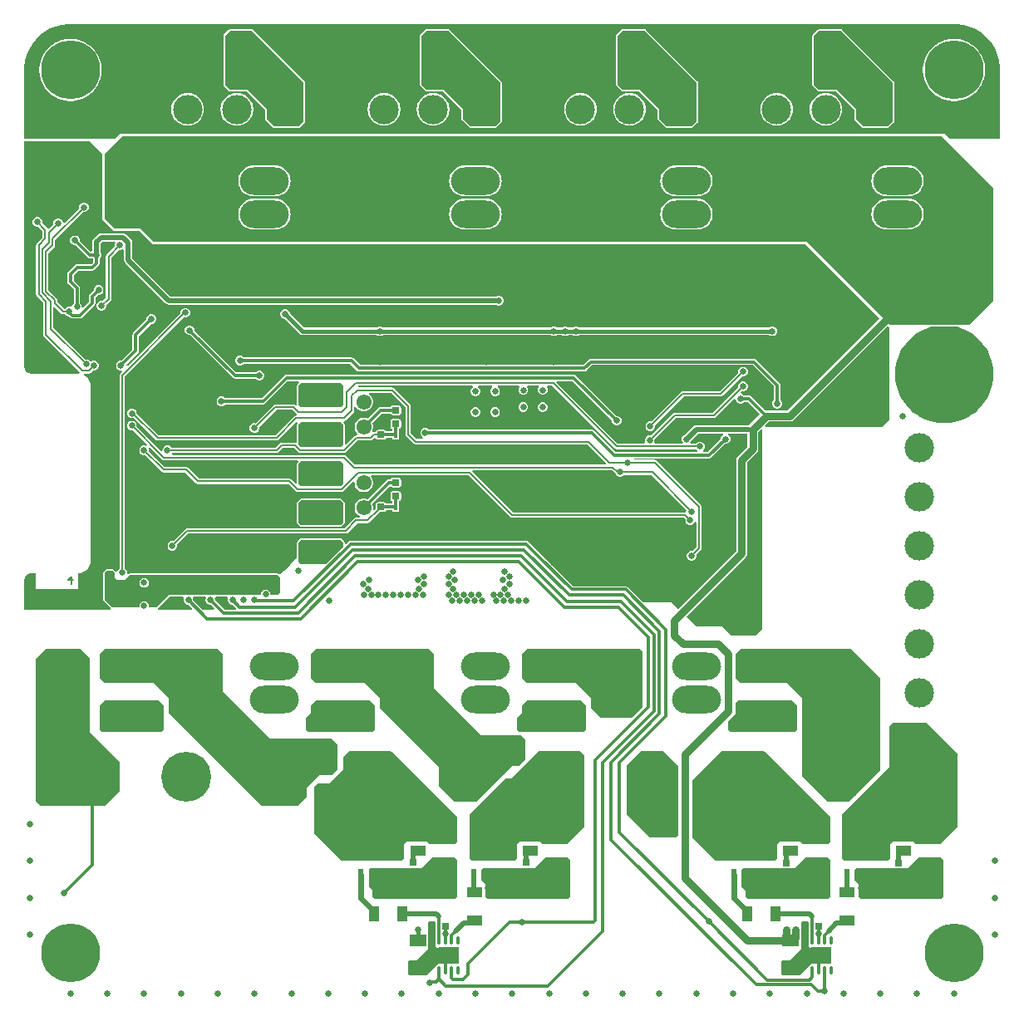
<source format=gbr>
%TF.GenerationSoftware,Altium Limited,Altium Designer,25.8.1 (18)*%
G04 Layer_Physical_Order=4*
G04 Layer_Color=16711680*
%FSLAX45Y45*%
%MOMM*%
%TF.SameCoordinates,5F8AD7AF-A6C7-491F-921A-1EE88451CE46*%
%TF.FilePolarity,Positive*%
%TF.FileFunction,Copper,L4,Bot,Signal*%
%TF.Part,Single*%
G01*
G75*
%TA.AperFunction,Conductor*%
%ADD10C,0.50000*%
%TA.AperFunction,SMDPad,CuDef*%
G04:AMPARAMS|DCode=13|XSize=0.76mm|YSize=0.6604mm|CornerRadius=0.08255mm|HoleSize=0mm|Usage=FLASHONLY|Rotation=0.000|XOffset=0mm|YOffset=0mm|HoleType=Round|Shape=RoundedRectangle|*
%AMROUNDEDRECTD13*
21,1,0.76000,0.49530,0,0,0.0*
21,1,0.59490,0.66040,0,0,0.0*
1,1,0.16510,0.29745,-0.24765*
1,1,0.16510,-0.29745,-0.24765*
1,1,0.16510,-0.29745,0.24765*
1,1,0.16510,0.29745,0.24765*
%
%ADD13ROUNDEDRECTD13*%
G04:AMPARAMS|DCode=17|XSize=0.76mm|YSize=0.6604mm|CornerRadius=0.08255mm|HoleSize=0mm|Usage=FLASHONLY|Rotation=90.000|XOffset=0mm|YOffset=0mm|HoleType=Round|Shape=RoundedRectangle|*
%AMROUNDEDRECTD17*
21,1,0.76000,0.49530,0,0,90.0*
21,1,0.59490,0.66040,0,0,90.0*
1,1,0.16510,0.24765,0.29745*
1,1,0.16510,0.24765,-0.29745*
1,1,0.16510,-0.24765,-0.29745*
1,1,0.16510,-0.24765,0.29745*
%
%ADD17ROUNDEDRECTD17*%
%ADD32R,1.10000X1.65000*%
%ADD37R,1.75822X1.30550*%
G04:AMPARAMS|DCode=39|XSize=2.65mm|YSize=1.75mm|CornerRadius=0.21875mm|HoleSize=0mm|Usage=FLASHONLY|Rotation=270.000|XOffset=0mm|YOffset=0mm|HoleType=Round|Shape=RoundedRectangle|*
%AMROUNDEDRECTD39*
21,1,2.65000,1.31250,0,0,270.0*
21,1,2.21250,1.75000,0,0,270.0*
1,1,0.43750,-0.65625,-1.10625*
1,1,0.43750,-0.65625,1.10625*
1,1,0.43750,0.65625,1.10625*
1,1,0.43750,0.65625,-1.10625*
%
%ADD39ROUNDEDRECTD39*%
%ADD42R,1.65000X1.10000*%
%TA.AperFunction,Conductor*%
%ADD45C,0.30000*%
%ADD46C,0.20000*%
%ADD47C,0.60000*%
%ADD48C,0.40000*%
%TA.AperFunction,NonConductor*%
%ADD49C,0.16000*%
%TA.AperFunction,ComponentPad*%
%ADD50C,5.08000*%
G04:AMPARAMS|DCode=51|XSize=5.08mm|YSize=5.08mm|CornerRadius=1.27mm|HoleSize=0mm|Usage=FLASHONLY|Rotation=0.000|XOffset=0mm|YOffset=0mm|HoleType=Round|Shape=RoundedRectangle|*
%AMROUNDEDRECTD51*
21,1,5.08000,2.54000,0,0,0.0*
21,1,2.54000,5.08000,0,0,0.0*
1,1,2.54000,1.27000,-1.27000*
1,1,2.54000,-1.27000,-1.27000*
1,1,2.54000,-1.27000,1.27000*
1,1,2.54000,1.27000,1.27000*
%
%ADD51ROUNDEDRECTD51*%
%ADD53C,1.55000*%
%ADD54C,3.00000*%
%ADD55R,1.55000X1.55000*%
%ADD56C,1.45000*%
%ADD57C,0.80000*%
%ADD58C,6.00000*%
%TA.AperFunction,ViaPad*%
%ADD59C,0.65000*%
%TA.AperFunction,SMDPad,CuDef*%
%ADD61R,0.61000X1.27000*%
%AMCUSTOMSHAPE62*
4,1,21,2.14094,2.65531,1.53094,2.65531,1.53094,1.88531,0.87094,1.88531,0.87094,2.65531,0.26094,2.65531,0.26094,1.88531,-0.39906,1.88531,-0.39906,2.65531,-1.00906,2.65531,-1.00906,1.88531,-1.66906,1.88531,-1.66906,2.65531,-2.27906,2.65531,-2.27906,1.38531,-2.02406,1.38531,-2.02406,-1.86469,1.88594,-1.86469,1.88594,1.38531,2.14094,1.38531,2.14094,2.65531,2.14094,2.65531,0.0*%
%ADD62CUSTOMSHAPE62*%

%ADD63R,5.40312X1.88209*%
G04:AMPARAMS|DCode=64|XSize=2.65mm|YSize=1.75mm|CornerRadius=0.21875mm|HoleSize=0mm|Usage=FLASHONLY|Rotation=180.000|XOffset=0mm|YOffset=0mm|HoleType=Round|Shape=RoundedRectangle|*
%AMROUNDEDRECTD64*
21,1,2.65000,1.31250,0,0,180.0*
21,1,2.21250,1.75000,0,0,180.0*
1,1,0.43750,-1.10625,0.65625*
1,1,0.43750,1.10625,0.65625*
1,1,0.43750,1.10625,-0.65625*
1,1,0.43750,-1.10625,-0.65625*
%
%ADD64ROUNDEDRECTD64*%
G04:AMPARAMS|DCode=65|XSize=0.3mm|YSize=0.8mm|CornerRadius=0.075mm|HoleSize=0mm|Usage=FLASHONLY|Rotation=180.000|XOffset=0mm|YOffset=0mm|HoleType=Round|Shape=RoundedRectangle|*
%AMROUNDEDRECTD65*
21,1,0.30000,0.65000,0,0,180.0*
21,1,0.15000,0.80000,0,0,180.0*
1,1,0.15000,-0.07500,0.32500*
1,1,0.15000,0.07500,0.32500*
1,1,0.15000,0.07500,-0.32500*
1,1,0.15000,-0.07500,-0.32500*
%
%ADD65ROUNDEDRECTD65*%
%ADD66R,2.05000X1.70000*%
G04:AMPARAMS|DCode=67|XSize=0.67mm|YSize=0.4mm|CornerRadius=0.04mm|HoleSize=0mm|Usage=FLASHONLY|Rotation=270.000|XOffset=0mm|YOffset=0mm|HoleType=Round|Shape=RoundedRectangle|*
%AMROUNDEDRECTD67*
21,1,0.67000,0.32000,0,0,270.0*
21,1,0.59000,0.40000,0,0,270.0*
1,1,0.08000,-0.16000,-0.29500*
1,1,0.08000,-0.16000,0.29500*
1,1,0.08000,0.16000,0.29500*
1,1,0.08000,0.16000,-0.29500*
%
%ADD67ROUNDEDRECTD67*%
%ADD68R,1.88209X5.40312*%
%TA.AperFunction,Conductor*%
%ADD69C,0.80000*%
%TA.AperFunction,ComponentPad*%
G04:AMPARAMS|DCode=70|XSize=5mm|YSize=2.8mm|CornerRadius=1.4mm|HoleSize=0mm|Usage=FLASHONLY|Rotation=0.000|XOffset=0mm|YOffset=0mm|HoleType=Round|Shape=RoundedRectangle|*
%AMROUNDEDRECTD70*
21,1,5.00000,0.00000,0,0,0.0*
21,1,2.20000,2.80000,0,0,0.0*
1,1,2.80000,1.10000,0.00000*
1,1,2.80000,-1.10000,0.00000*
1,1,2.80000,-1.10000,0.00000*
1,1,2.80000,1.10000,0.00000*
%
%ADD70ROUNDEDRECTD70*%
%ADD71C,7.40000*%
G36*
X9591774Y9961381D02*
X9651212Y9945455D01*
X9708062Y9921907D01*
X9761350Y9891141D01*
X9810169Y9853681D01*
X9853680Y9810170D01*
X9891140Y9761351D01*
X9921907Y9708062D01*
X9945455Y9651212D01*
X9961381Y9591774D01*
X9969413Y9530766D01*
Y9500000D01*
Y8800000D01*
X9462500D01*
X9412500Y8850000D01*
X1000000D01*
X950000Y8800000D01*
X30586D01*
Y9500000D01*
Y9530766D01*
X38618Y9591774D01*
X54544Y9651212D01*
X78093Y9708062D01*
X108859Y9761350D01*
X146319Y9810169D01*
X189829Y9853680D01*
X238648Y9891140D01*
X291938Y9921907D01*
X348787Y9945455D01*
X408225Y9961381D01*
X469234Y9969413D01*
X9530766D01*
X9591774Y9961381D01*
D02*
G37*
G36*
X825000Y8650000D02*
Y7975000D01*
X937500Y7862500D01*
X1200000D01*
X1337500Y7725000D01*
X7987500D01*
X8740516Y6971984D01*
X7801139Y6032607D01*
X7587500D01*
X7577336Y6030585D01*
X7435211Y6172710D01*
X7424791Y6179672D01*
X7412500Y6182117D01*
X7362179D01*
X7352756Y6191540D01*
X7334747Y6199000D01*
X7333424D01*
X7327211Y6214000D01*
X7339516Y6226305D01*
X7340253Y6226000D01*
X7359747D01*
X7377756Y6233460D01*
X7391540Y6247244D01*
X7399000Y6265253D01*
Y6284747D01*
X7391540Y6302756D01*
X7377756Y6316540D01*
X7359747Y6324000D01*
X7340253D01*
X7322244Y6316540D01*
X7308460Y6302756D01*
X7301000Y6284747D01*
Y6265253D01*
X7301305Y6264516D01*
X7042308Y6005519D01*
X6653500D01*
X6643160Y6003462D01*
X6634394Y5997605D01*
X6410484Y5773695D01*
X6409747Y5774000D01*
X6390253D01*
X6372244Y5766540D01*
X6358460Y5752756D01*
X6351000Y5734747D01*
Y5715253D01*
X6355446Y5704519D01*
X6346585Y5689519D01*
X6073692D01*
X5447828Y6315383D01*
X5454041Y6330383D01*
X5611696D01*
X6013500Y5928579D01*
Y5915253D01*
X6020960Y5897244D01*
X6034744Y5883460D01*
X6052753Y5876000D01*
X6072247D01*
X6090256Y5883460D01*
X6104040Y5897244D01*
X6111500Y5915253D01*
Y5934747D01*
X6104040Y5952756D01*
X6090256Y5966540D01*
X6072247Y5974000D01*
X6058921D01*
X5647710Y6385210D01*
X5637291Y6392173D01*
X5625000Y6394617D01*
X2700000D01*
X2687709Y6392173D01*
X2677290Y6385210D01*
X2449196Y6157117D01*
X2074679D01*
X2065256Y6166540D01*
X2047247Y6174000D01*
X2027753D01*
X2009744Y6166540D01*
X1995960Y6152756D01*
X1988500Y6134747D01*
Y6115253D01*
X1995960Y6097244D01*
X2009744Y6083460D01*
X2027753Y6076000D01*
X2047247D01*
X2065256Y6083460D01*
X2074679Y6092883D01*
X2462500D01*
X2474791Y6095327D01*
X2485210Y6102290D01*
X2713303Y6330383D01*
X2822878D01*
X2829091Y6315383D01*
X2813104Y6299396D01*
X2809457Y6293938D01*
X2808176Y6287500D01*
X2808177Y6287499D01*
Y6088748D01*
X2805260Y6086278D01*
X2794340Y6081704D01*
X2794047Y6081644D01*
X2785340Y6087463D01*
X2775000Y6089519D01*
X2587500D01*
X2577160Y6087463D01*
X2568395Y6081606D01*
X2385484Y5898695D01*
X2384747Y5899000D01*
X2365253D01*
X2347244Y5891540D01*
X2333460Y5877756D01*
X2326000Y5859747D01*
Y5840253D01*
X2333460Y5822244D01*
X2347244Y5808460D01*
X2365253Y5801000D01*
X2384747D01*
X2402756Y5808460D01*
X2416540Y5822244D01*
X2424000Y5840253D01*
Y5859747D01*
X2423695Y5860484D01*
X2598692Y6035481D01*
X2763809D01*
X2805895Y5993394D01*
X2807952Y5992019D01*
X2803402Y5977019D01*
X2800000D01*
X2789660Y5974963D01*
X2780895Y5969106D01*
X2588808Y5777019D01*
X1398369D01*
X1174000Y6001388D01*
Y6009747D01*
X1166540Y6027756D01*
X1152756Y6041540D01*
X1134747Y6049000D01*
X1115253D01*
X1097244Y6041540D01*
X1083460Y6027756D01*
X1076000Y6009747D01*
Y5990253D01*
X1083460Y5972244D01*
X1097244Y5958460D01*
X1115253Y5951000D01*
X1134747D01*
X1144094Y5954872D01*
X1368072Y5730894D01*
X1376837Y5725037D01*
X1387177Y5722981D01*
X2600000D01*
X2610340Y5725037D01*
X2619105Y5730895D01*
X2803800Y5915589D01*
X2808623Y5914630D01*
X2813561Y5898354D01*
X2813104Y5897897D01*
X2809457Y5892439D01*
X2808176Y5886001D01*
X2808177Y5886000D01*
Y5711096D01*
X2805364Y5708067D01*
X2793176Y5700890D01*
X2787500Y5702019D01*
X2650000D01*
X2639660Y5699963D01*
X2630894Y5694105D01*
X2588808Y5652019D01*
X1529345D01*
X1529040Y5652756D01*
X1515256Y5666540D01*
X1497247Y5674000D01*
X1477753D01*
X1459744Y5666540D01*
X1445960Y5652756D01*
X1438500Y5634747D01*
Y5620924D01*
X1423883Y5614328D01*
X1173695Y5864516D01*
X1174000Y5865253D01*
Y5884747D01*
X1166540Y5902756D01*
X1152756Y5916540D01*
X1134747Y5924000D01*
X1115253D01*
X1097244Y5916540D01*
X1083460Y5902756D01*
X1076000Y5884747D01*
Y5865253D01*
X1083460Y5847244D01*
X1097244Y5833460D01*
X1115253Y5826000D01*
X1134747D01*
X1135484Y5826305D01*
X1279902Y5681888D01*
X1271405Y5669171D01*
X1259747Y5674000D01*
X1240253D01*
X1222244Y5666540D01*
X1208460Y5652756D01*
X1201000Y5634747D01*
Y5615253D01*
X1208460Y5597244D01*
X1222244Y5583460D01*
X1240253Y5576000D01*
X1259747D01*
X1260484Y5576305D01*
X1430894Y5405895D01*
X1439660Y5400037D01*
X1450000Y5397981D01*
X1670058D01*
X1780894Y5287145D01*
X1789660Y5281287D01*
X1800000Y5279231D01*
X2720059D01*
X2793394Y5205895D01*
X2802160Y5200037D01*
X2812500Y5197981D01*
X3262500D01*
X3272840Y5200037D01*
X3281605Y5205895D01*
X3378500Y5302789D01*
X3393500Y5296576D01*
Y5279125D01*
X3399906Y5255217D01*
X3412281Y5233783D01*
X3429783Y5216281D01*
X3451217Y5203906D01*
X3475125Y5197500D01*
X3499875D01*
X3523783Y5203906D01*
X3545217Y5216281D01*
X3562719Y5233783D01*
X3575094Y5255217D01*
X3581500Y5279125D01*
Y5303875D01*
X3575094Y5327783D01*
X3562719Y5349217D01*
X3557455Y5354481D01*
X3563669Y5369481D01*
X4554809D01*
X4980895Y4943394D01*
X4989660Y4937537D01*
X5000000Y4935481D01*
X6751308D01*
X6763805Y4922984D01*
X6763500Y4922247D01*
Y4902753D01*
X6770960Y4884744D01*
X6784744Y4870960D01*
X6802753Y4863500D01*
X6822247D01*
X6840256Y4870960D01*
X6854040Y4884744D01*
X6857981Y4894257D01*
X6872981Y4891273D01*
Y4636192D01*
X6835484Y4598695D01*
X6834747Y4599000D01*
X6815253D01*
X6797244Y4591540D01*
X6783460Y4577756D01*
X6776000Y4559747D01*
Y4540253D01*
X6783460Y4522244D01*
X6797244Y4508460D01*
X6815253Y4501000D01*
X6834747D01*
X6852756Y4508460D01*
X6866540Y4522244D01*
X6874000Y4540253D01*
Y4559747D01*
X6873695Y4560484D01*
X6919106Y4605895D01*
X6924963Y4614660D01*
X6927019Y4625000D01*
Y5050000D01*
X6924963Y5060340D01*
X6919106Y5069105D01*
X6469105Y5519105D01*
X6460340Y5524963D01*
X6450000Y5527019D01*
X6232292D01*
X6231715Y5527883D01*
X6239733Y5542883D01*
X7007221D01*
X7019512Y5545327D01*
X7029931Y5552290D01*
X7166142Y5688500D01*
X7184747D01*
X7202756Y5695960D01*
X7216540Y5709744D01*
X7224000Y5727753D01*
Y5747247D01*
X7216540Y5765256D01*
X7202756Y5779040D01*
X7199988Y5780187D01*
X7202972Y5795187D01*
X7392393D01*
Y5661362D01*
X7296766Y5565734D01*
X7284278Y5547045D01*
X7279893Y5525000D01*
Y4598862D01*
X6690516Y4009484D01*
X6625000Y4075000D01*
X6331229D01*
X6177269Y4228961D01*
X6166849Y4235923D01*
X6154558Y4238367D01*
X5616544D01*
X5283894Y4571018D01*
X5281240Y4574990D01*
X5164769Y4691461D01*
X5154349Y4698423D01*
X5142058Y4700867D01*
X3356251D01*
X3356250Y4700868D01*
X3343959Y4698423D01*
X3333540Y4691461D01*
X3333539Y4691460D01*
X3305681Y4663602D01*
X3291823Y4669342D01*
Y4687499D01*
X3291824Y4687500D01*
X3290543Y4693938D01*
X3286896Y4699396D01*
X3286895Y4699397D01*
X3261896Y4724396D01*
X3256438Y4728043D01*
X3250000Y4729324D01*
X3249999Y4729324D01*
X2850001D01*
X2850000Y4729324D01*
X2843562Y4728043D01*
X2838104Y4724396D01*
X2838103Y4724395D01*
X2813104Y4699396D01*
X2809457Y4693938D01*
X2808176Y4687500D01*
X2808177Y4687499D01*
Y4533176D01*
X2734267Y4459266D01*
X2675000Y4400000D01*
X2636896Y4361896D01*
X2624396D01*
X2618938Y4365543D01*
X2612500Y4366824D01*
X2612499Y4366823D01*
X1100001D01*
X1100000Y4366824D01*
X1093562Y4365543D01*
X1088104Y4361896D01*
X1088103Y4361895D01*
X1087858Y4361649D01*
X1085038Y4362382D01*
X1073999Y4369004D01*
Y4384746D01*
X1066539Y4402756D01*
X1052756Y4416540D01*
X1052018Y4416845D01*
Y6376308D01*
X1653846Y6978136D01*
X1659003Y6976000D01*
X1678497D01*
X1696506Y6983460D01*
X1710290Y6997244D01*
X1717750Y7015253D01*
Y7034747D01*
X1710290Y7052756D01*
X1696506Y7066540D01*
X1678497Y7074000D01*
X1659003D01*
X1640994Y7066540D01*
X1627210Y7052756D01*
X1619750Y7034747D01*
Y7020461D01*
X1084363Y6485075D01*
X1068467Y6490391D01*
X1067522Y6497102D01*
X1185210Y6614790D01*
X1192173Y6625210D01*
X1194617Y6637500D01*
Y6786697D01*
X1321420Y6913500D01*
X1334746D01*
X1352755Y6920959D01*
X1366539Y6934743D01*
X1373999Y6952753D01*
Y6972246D01*
X1366539Y6990256D01*
X1352755Y7004040D01*
X1334746Y7011500D01*
X1315252D01*
X1297243Y7004040D01*
X1283459Y6990256D01*
X1275999Y6972246D01*
Y6958920D01*
X1139790Y6822711D01*
X1132828Y6812291D01*
X1130383Y6800001D01*
Y6650804D01*
X1016079Y6536500D01*
X1002753D01*
X984744Y6529040D01*
X970960Y6515256D01*
X963500Y6497247D01*
Y6477753D01*
X970960Y6459744D01*
X984744Y6445960D01*
X1002753Y6438500D01*
X1016575D01*
X1023172Y6423883D01*
X1005894Y6406605D01*
X1000037Y6397840D01*
X997980Y6387500D01*
Y4416845D01*
X997243Y4416540D01*
X983459Y4402756D01*
X978036Y4389665D01*
X963092Y4386717D01*
X961891Y4386901D01*
X936896Y4411896D01*
X931438Y4415543D01*
X925000Y4416824D01*
X924999Y4416824D01*
X875000D01*
X868562Y4415543D01*
X863104Y4411896D01*
X863104Y4411895D01*
X838104Y4386896D01*
X834457Y4381438D01*
X833176Y4375000D01*
X833177Y4374999D01*
Y4100001D01*
X833176Y4100000D01*
X834457Y4093562D01*
X838104Y4088104D01*
X838105Y4088103D01*
X911208Y4015000D01*
X909832Y4007300D01*
X905716Y4000000D01*
X30586D01*
Y4306837D01*
X33253Y4320246D01*
X38487Y4332880D01*
X46083Y4344248D01*
X55751Y4353917D01*
X67119Y4361513D01*
X79753Y4366746D01*
X93163Y4369413D01*
X100001Y4369414D01*
X145677D01*
Y4225000D01*
X146957Y4218562D01*
X150604Y4213104D01*
X156062Y4209457D01*
X162500Y4208176D01*
X420842D01*
Y4207513D01*
X579158D01*
Y4224169D01*
X579323Y4225000D01*
Y4369589D01*
X586302Y4369932D01*
X588501Y4370483D01*
X590769D01*
X609995Y4374307D01*
X612778Y4375460D01*
X615733Y4376048D01*
X633844Y4383550D01*
X636349Y4385223D01*
X639133Y4386376D01*
X655432Y4397267D01*
X657562Y4399397D01*
X660067Y4401071D01*
X673928Y4414932D01*
X675602Y4417437D01*
X677732Y4419567D01*
X688623Y4435867D01*
X689776Y4438650D01*
X691450Y4441155D01*
X698952Y4459266D01*
X699540Y4462221D01*
X700693Y4465004D01*
X704517Y4484231D01*
Y4486498D01*
X705068Y4488696D01*
X705550Y4498498D01*
X705438Y4499252D01*
X705587Y4500000D01*
Y6274999D01*
X705438Y6275746D01*
X705550Y6276500D01*
X705068Y6286302D01*
X704517Y6288501D01*
Y6290768D01*
X700693Y6309995D01*
X699540Y6312778D01*
X698952Y6315732D01*
X691450Y6333844D01*
X689777Y6336349D01*
X688624Y6339132D01*
X677732Y6355432D01*
X675602Y6357562D01*
X673929Y6360067D01*
X660068Y6373928D01*
X657563Y6375601D01*
X655433Y6377731D01*
X639133Y6388623D01*
X636350Y6389776D01*
X633845Y6391450D01*
X637274Y6406265D01*
X685582D01*
X695922Y6408322D01*
X704688Y6414179D01*
X729907Y6439398D01*
X730644Y6439093D01*
X750138D01*
X768147Y6446553D01*
X781931Y6460337D01*
X789391Y6478346D01*
Y6497840D01*
X781931Y6515849D01*
X768147Y6529633D01*
X750138Y6537093D01*
X730644D01*
X712635Y6529633D01*
X710473Y6527471D01*
X701539Y6529248D01*
X687756Y6543032D01*
X669746Y6550492D01*
X650253D01*
X649516Y6550187D01*
X327019Y6872683D01*
Y7077672D01*
X340877Y7083412D01*
X403394Y7020895D01*
X412160Y7015038D01*
X422500Y7012981D01*
X442736D01*
X443459Y7011235D01*
X457243Y6997452D01*
X475253Y6989992D01*
X482914D01*
X497363Y6975542D01*
X507783Y6968580D01*
X520073Y6966135D01*
X596101D01*
X608392Y6968580D01*
X618812Y6975542D01*
X744118Y7100849D01*
X744119Y7100850D01*
X751081Y7111269D01*
X753526Y7123560D01*
Y7177752D01*
X782887Y7207113D01*
X796213D01*
X814223Y7214573D01*
X828007Y7228357D01*
X835467Y7246366D01*
Y7265860D01*
X828007Y7283869D01*
X814223Y7297653D01*
X796213Y7305113D01*
X776720D01*
X758710Y7297653D01*
X744926Y7283869D01*
X737466Y7265860D01*
Y7252534D01*
X698698Y7213766D01*
X691736Y7203346D01*
X689291Y7191055D01*
Y7136863D01*
X629786Y7077358D01*
X614786Y7083572D01*
Y7095800D01*
X607326Y7113810D01*
X597904Y7123233D01*
Y7275942D01*
X595459Y7288233D01*
X588497Y7298652D01*
X532117Y7355032D01*
Y7406623D01*
X580877Y7455383D01*
X725388D01*
X737679Y7457827D01*
X748098Y7464789D01*
X785210Y7501901D01*
X792172Y7512321D01*
X794617Y7524611D01*
Y7575320D01*
X804040Y7584743D01*
X811500Y7602753D01*
Y7622246D01*
X804812Y7638390D01*
Y7728183D01*
X829623Y7752994D01*
X951598D01*
X957522Y7737994D01*
X950999Y7722246D01*
Y7702753D01*
X951304Y7702016D01*
X868395Y7619106D01*
X862537Y7610340D01*
X860481Y7600000D01*
Y7179871D01*
X825739Y7145129D01*
X825002Y7145435D01*
X805508D01*
X787499Y7137975D01*
X773715Y7124191D01*
X766255Y7106181D01*
Y7086688D01*
X773715Y7068678D01*
X787499Y7054894D01*
X805508Y7047434D01*
X825002D01*
X843011Y7054894D01*
X856795Y7068678D01*
X864255Y7086688D01*
Y7106181D01*
X863950Y7106918D01*
X906605Y7149574D01*
X912462Y7158340D01*
X914519Y7168679D01*
Y7588809D01*
X989515Y7663805D01*
X990253Y7663500D01*
X1009746D01*
X1027756Y7670960D01*
X1030187Y7673391D01*
X1045187Y7667177D01*
Y7562500D01*
X1048408Y7546308D01*
X1057580Y7532580D01*
X1470080Y7120080D01*
X1483808Y7110908D01*
X1500000Y7107687D01*
X4836610D01*
X4852753Y7101000D01*
X4872247D01*
X4890256Y7108460D01*
X4904040Y7122244D01*
X4911500Y7140253D01*
Y7159747D01*
X4904040Y7177756D01*
X4890256Y7191540D01*
X4872247Y7199000D01*
X4852753D01*
X4836610Y7192313D01*
X1517527D01*
X1129813Y7580027D01*
Y7741217D01*
X1126592Y7757410D01*
X1117420Y7771137D01*
X1063330Y7825227D01*
X1049603Y7834399D01*
X1033410Y7837620D01*
X812097D01*
X812096Y7837620D01*
X795904Y7834399D01*
X782176Y7825227D01*
X732579Y7775630D01*
X723407Y7761902D01*
X720186Y7745710D01*
Y7654849D01*
X705186Y7648855D01*
X595269Y7758772D01*
Y7772099D01*
X587809Y7790108D01*
X574025Y7803892D01*
X556016Y7811352D01*
X536522D01*
X518513Y7803892D01*
X504729Y7790108D01*
X497269Y7772099D01*
Y7752605D01*
X504729Y7734595D01*
X518513Y7720812D01*
X536522Y7713352D01*
X549848D01*
X673411Y7589789D01*
X683830Y7582827D01*
X696121Y7580382D01*
X725320D01*
X730382Y7575320D01*
Y7537915D01*
X712084Y7519617D01*
X567575D01*
X567574Y7519617D01*
X555283Y7517172D01*
X544863Y7510210D01*
X477290Y7442637D01*
X470327Y7432217D01*
X467883Y7419926D01*
Y7341728D01*
X470327Y7329437D01*
X477290Y7319018D01*
X533669Y7262639D01*
Y7123233D01*
X524246Y7113810D01*
X516786Y7095800D01*
Y7095099D01*
X501786Y7085076D01*
X494746Y7087992D01*
X475253D01*
X457243Y7080532D01*
X443731Y7067020D01*
X433691D01*
X364519Y7136191D01*
Y7156484D01*
X362463Y7166824D01*
X356606Y7175589D01*
X277019Y7255175D01*
Y7633159D01*
X335604Y7691744D01*
X341461Y7700509D01*
X343518Y7710849D01*
Y7767807D01*
X627016Y8051305D01*
X627753Y8050999D01*
X647246D01*
X665256Y8058459D01*
X679040Y8072243D01*
X686500Y8090253D01*
Y8109746D01*
X679040Y8127756D01*
X665256Y8141540D01*
X647246Y8149000D01*
X627753D01*
X609743Y8141540D01*
X595959Y8127756D01*
X588499Y8109746D01*
Y8090253D01*
X588805Y8089516D01*
X439000Y7939711D01*
X424000Y7945924D01*
Y7947246D01*
X416540Y7965256D01*
X402756Y7979040D01*
X384747Y7986500D01*
X365253D01*
X347243Y7979040D01*
X333460Y7965256D01*
X326000Y7947246D01*
Y7927753D01*
X326305Y7927016D01*
X281541Y7882252D01*
X263920Y7885845D01*
X262016Y7888694D01*
X211194Y7939516D01*
X211500Y7940253D01*
Y7959746D01*
X204040Y7977756D01*
X190256Y7991540D01*
X172246Y7999000D01*
X152753D01*
X134743Y7991540D01*
X120959Y7977756D01*
X113499Y7959746D01*
Y7940253D01*
X120959Y7922243D01*
X134743Y7908459D01*
X152753Y7900999D01*
X172246D01*
X172983Y7901305D01*
X215892Y7858397D01*
Y7791602D01*
X157895Y7733605D01*
X152037Y7724840D01*
X149981Y7714500D01*
Y7213747D01*
X152037Y7203407D01*
X157895Y7194641D01*
X222981Y7129555D01*
Y6800000D01*
X225037Y6789660D01*
X230895Y6780895D01*
X592749Y6419040D01*
X592237Y6415284D01*
X591394Y6412855D01*
X588065Y6407762D01*
X585468Y6405108D01*
X576501Y6405549D01*
X575747Y6405437D01*
X575000Y6405586D01*
X93162D01*
X79753Y6408253D01*
X67120Y6413486D01*
X55751Y6421082D01*
X46082Y6430751D01*
X38487Y6442118D01*
X33253Y6454753D01*
X30586Y6468162D01*
X30586Y6475000D01*
X30586Y8775000D01*
X700000D01*
X825000Y8650000D01*
D02*
G37*
G36*
X9900000Y8300000D02*
Y7150000D01*
X9650000Y6900000D01*
X8850000D01*
X8000000Y7750000D01*
X1350000D01*
X1212500Y7887500D01*
X950000Y7887500D01*
X850000Y7987500D01*
X850000Y8650000D01*
X1025000Y8825000D01*
X9375000D01*
X9900000Y8300000D01*
D02*
G37*
G36*
X6043394Y5643395D02*
X6052160Y5637537D01*
X6062500Y5635481D01*
X6870655D01*
X6870960Y5634744D01*
X6883586Y5622117D01*
X6883003Y5616774D01*
X6878988Y5607117D01*
X6050803D01*
X5835210Y5822710D01*
X5824790Y5829673D01*
X5812500Y5832117D01*
X4149679D01*
X4140256Y5841540D01*
X4122247Y5849000D01*
X4102753D01*
X4084744Y5841540D01*
X4070960Y5827756D01*
X4063500Y5809747D01*
Y5790253D01*
X4070960Y5772244D01*
X4084744Y5758460D01*
X4094257Y5754519D01*
X4091274Y5739519D01*
X4023692D01*
X3964519Y5798691D01*
Y6075000D01*
X3962463Y6085340D01*
X3956606Y6094105D01*
X3794105Y6256605D01*
X3785340Y6262463D01*
X3775000Y6264519D01*
X3439372D01*
X3430875Y6279519D01*
X3431751Y6280981D01*
X4592909D01*
X4596529Y6268920D01*
X4596684Y6265981D01*
X4583460Y6252756D01*
X4576000Y6234747D01*
Y6215253D01*
X4583460Y6197244D01*
X4597244Y6183460D01*
X4615253Y6176000D01*
X4634747D01*
X4652756Y6183460D01*
X4666540Y6197244D01*
X4674000Y6215253D01*
Y6234747D01*
X4666540Y6252756D01*
X4653316Y6265981D01*
X4653471Y6268920D01*
X4657091Y6280981D01*
X4792909D01*
X4796529Y6268920D01*
X4796684Y6265981D01*
X4783460Y6252756D01*
X4776000Y6234747D01*
Y6215253D01*
X4783460Y6197244D01*
X4797244Y6183460D01*
X4815253Y6176000D01*
X4834747D01*
X4852756Y6183460D01*
X4866540Y6197244D01*
X4874000Y6215253D01*
Y6234747D01*
X4866540Y6252756D01*
X4853316Y6265981D01*
X4853471Y6268920D01*
X4857091Y6280981D01*
X5065471D01*
X5071684Y6265981D01*
X5070960Y6265256D01*
X5063500Y6247247D01*
Y6227753D01*
X5070960Y6209744D01*
X5084743Y6195960D01*
X5102753Y6188500D01*
X5122247D01*
X5140256Y6195960D01*
X5154040Y6209744D01*
X5161500Y6227753D01*
Y6247247D01*
X5154040Y6265256D01*
X5153316Y6265981D01*
X5159529Y6280981D01*
X5265471D01*
X5271684Y6265981D01*
X5270960Y6265256D01*
X5263500Y6247247D01*
Y6227753D01*
X5270960Y6209744D01*
X5284744Y6195960D01*
X5302753Y6188500D01*
X5322247D01*
X5340256Y6195960D01*
X5354040Y6209744D01*
X5361500Y6227753D01*
Y6247247D01*
X5354040Y6265256D01*
X5353316Y6265981D01*
X5359529Y6280981D01*
X5405808D01*
X6043394Y5643395D01*
D02*
G37*
G36*
X3275000Y6287500D02*
Y6087500D01*
X3250000Y6062500D01*
X2850000D01*
X2825000Y6087500D01*
Y6287500D01*
X2850000Y6312500D01*
X3250000D01*
X3275000Y6287500D01*
D02*
G37*
G36*
X3910481Y6063808D02*
Y5787500D01*
X3912538Y5777160D01*
X3918395Y5768395D01*
X3993395Y5693395D01*
X4002160Y5687537D01*
X4012500Y5685481D01*
X5763809D01*
X5957270Y5492019D01*
X5951056Y5477019D01*
X3398692D01*
X3306605Y5569105D01*
X3297840Y5574963D01*
X3287500Y5577019D01*
X1540753D01*
X1533116Y5592019D01*
X1537453Y5597981D01*
X2600000D01*
X2610340Y5600037D01*
X2619105Y5605895D01*
X2661192Y5647981D01*
X2776308D01*
X2818394Y5605895D01*
X2827160Y5600037D01*
X2837500Y5597981D01*
X3287500D01*
X3297840Y5600037D01*
X3306605Y5605895D01*
X3423692Y5722981D01*
X3556260D01*
X3566600Y5725037D01*
X3575365Y5730895D01*
X3593878Y5749407D01*
X3600174Y5748869D01*
X3610948Y5745815D01*
X3614908Y5739888D01*
X3623096Y5734417D01*
X3632755Y5732495D01*
X3692245D01*
X3701904Y5734417D01*
X3710092Y5739888D01*
X3715564Y5748076D01*
X3716421Y5752383D01*
X3776517D01*
X3777189Y5749001D01*
X3781720Y5742220D01*
X3788501Y5737690D01*
X3796500Y5736099D01*
X3828500D01*
X3836499Y5737690D01*
X3843280Y5742220D01*
X3847810Y5749001D01*
X3849401Y5757000D01*
Y5816000D01*
X3847810Y5823999D01*
X3844617Y5828778D01*
Y5842967D01*
X3851904Y5844416D01*
X3860092Y5849888D01*
X3865564Y5858076D01*
X3867485Y5867735D01*
Y5917265D01*
X3865564Y5926924D01*
X3860092Y5935112D01*
X3851904Y5940584D01*
X3842245Y5942505D01*
X3782755D01*
X3773096Y5940584D01*
X3764908Y5935112D01*
X3759436Y5926924D01*
X3757515Y5917265D01*
Y5867735D01*
X3759436Y5858076D01*
X3764908Y5849888D01*
X3773096Y5844416D01*
X3780383Y5842967D01*
Y5828779D01*
X3777189Y5823999D01*
X3775721Y5816618D01*
X3715625D01*
X3715564Y5816924D01*
X3710092Y5825113D01*
X3701904Y5830584D01*
X3692245Y5832505D01*
X3632755D01*
X3623096Y5830584D01*
X3614908Y5825113D01*
X3609437Y5816924D01*
X3607964Y5809519D01*
X3588760D01*
X3581997Y5808174D01*
X3573522Y5816705D01*
X3571646Y5820245D01*
X3575094Y5826217D01*
X3581500Y5850125D01*
Y5874875D01*
X3575094Y5898783D01*
X3572938Y5902517D01*
X3670804Y6000383D01*
X3758978D01*
X3759436Y5998076D01*
X3764908Y5989888D01*
X3773096Y5984417D01*
X3782755Y5982495D01*
X3842245D01*
X3851904Y5984417D01*
X3860092Y5989888D01*
X3865564Y5998076D01*
X3867485Y6007735D01*
Y6057265D01*
X3865564Y6066924D01*
X3860092Y6075113D01*
X3851904Y6080584D01*
X3842245Y6082505D01*
X3782755D01*
X3773096Y6080584D01*
X3764908Y6075113D01*
X3759436Y6066924D01*
X3758978Y6064618D01*
X3657500D01*
X3645209Y6062173D01*
X3634790Y6055211D01*
X3527517Y5947938D01*
X3523783Y5950094D01*
X3499875Y5956500D01*
X3475125D01*
X3451217Y5950094D01*
X3429783Y5937719D01*
X3412281Y5920218D01*
X3399906Y5898783D01*
X3393500Y5874875D01*
Y5850125D01*
X3399906Y5826217D01*
X3412281Y5804783D01*
X3425045Y5792019D01*
X3418831Y5777019D01*
X3412500D01*
X3402160Y5774963D01*
X3393394Y5769105D01*
X3306330Y5682041D01*
X3298401Y5684205D01*
X3291823Y5688748D01*
Y5886000D01*
X3291824Y5886001D01*
X3290543Y5892439D01*
X3286896Y5897897D01*
X3286895Y5897898D01*
X3276812Y5907981D01*
X3283026Y5922981D01*
X3287500D01*
X3297840Y5925037D01*
X3306606Y5930895D01*
X3385066Y6009356D01*
X3390924Y6018121D01*
X3392980Y6028461D01*
Y6062213D01*
X3407980Y6066232D01*
X3412281Y6058783D01*
X3429783Y6041281D01*
X3451217Y6028906D01*
X3475125Y6022500D01*
X3499875D01*
X3523783Y6028906D01*
X3545217Y6041281D01*
X3562719Y6058783D01*
X3575094Y6080217D01*
X3581500Y6104125D01*
Y6128875D01*
X3575094Y6152783D01*
X3562719Y6174218D01*
X3545217Y6191719D01*
X3538702Y6195481D01*
X3542721Y6210481D01*
X3763809D01*
X3910481Y6063808D01*
D02*
G37*
G36*
X9535825Y6881599D02*
X9573192Y6869457D01*
X9609491Y6854422D01*
X9644499Y6836584D01*
X9677999Y6816055D01*
X9709786Y6792961D01*
X9739662Y6767444D01*
X9767445Y6739662D01*
X9792961Y6709786D01*
X9816056Y6677999D01*
X9836585Y6644499D01*
X9854422Y6609491D01*
X9869458Y6573192D01*
X9881599Y6535825D01*
X9890771Y6497620D01*
X9896917Y6458814D01*
X9900000Y6419645D01*
Y6400000D01*
Y6380355D01*
X9896917Y6341186D01*
X9890771Y6302379D01*
X9881599Y6264175D01*
X9869458Y6226808D01*
X9854422Y6190508D01*
X9836585Y6155501D01*
X9816056Y6122000D01*
X9792961Y6090214D01*
X9767445Y6060338D01*
X9739662Y6032555D01*
X9709786Y6007038D01*
X9677999Y5983944D01*
X9644499Y5963415D01*
X9609491Y5945578D01*
X9573192Y5930542D01*
X9535825Y5918401D01*
X9497620Y5909229D01*
X9458814Y5903082D01*
X9419645Y5900000D01*
X9380355D01*
X9341186Y5903082D01*
X9302379Y5909229D01*
X9264175Y5918401D01*
X9226808Y5930542D01*
X9190508Y5945578D01*
X9155501Y5963415D01*
X9122000Y5983944D01*
X9090214Y6007038D01*
X9060338Y6032555D01*
X9032555Y6060338D01*
X9007038Y6090214D01*
X8983944Y6122000D01*
X8963415Y6155501D01*
X8945578Y6190508D01*
X8930542Y6226808D01*
X8918401Y6264175D01*
X8909229Y6302379D01*
X8903083Y6341186D01*
X8900000Y6380355D01*
Y6400000D01*
Y6419645D01*
X8903083Y6458814D01*
X8909229Y6497620D01*
X8918401Y6535825D01*
X8930542Y6573192D01*
X8945578Y6609491D01*
X8963415Y6644499D01*
X8983944Y6677999D01*
X9007038Y6709786D01*
X9032555Y6739662D01*
X9060338Y6767444D01*
X9090214Y6792961D01*
X9122000Y6816055D01*
X9155501Y6836584D01*
X9190508Y6854422D01*
X9226808Y6869457D01*
X9264175Y6881599D01*
X9270747Y6883176D01*
X9529253D01*
X9535825Y6881599D01*
D02*
G37*
G36*
X8837500Y6875000D02*
Y5937500D01*
X8762500Y5862500D01*
X7576067D01*
X7570327Y5876358D01*
X7611362Y5917393D01*
X7825000D01*
X7847045Y5921778D01*
X7865734Y5934266D01*
X8821984Y6890516D01*
X8837500Y6875000D01*
D02*
G37*
G36*
X7276000Y6141576D02*
Y6140253D01*
X7283460Y6122244D01*
X7297244Y6108460D01*
X7315253Y6101000D01*
X7334747D01*
X7352756Y6108460D01*
X7362179Y6117883D01*
X7399197D01*
X7524056Y5993024D01*
X7410845Y5879813D01*
X6875000D01*
X6858807Y5876592D01*
X6845080Y5867420D01*
X6763387Y5785727D01*
X6747244Y5779040D01*
X6733460Y5765256D01*
X6726000Y5747247D01*
Y5727753D01*
X6733460Y5709744D01*
X6738684Y5704519D01*
X6732471Y5689519D01*
X6453414D01*
X6444554Y5704519D01*
X6449000Y5715253D01*
Y5734747D01*
X6448695Y5735484D01*
X6664692Y5951481D01*
X7053500D01*
X7063840Y5953537D01*
X7072605Y5959394D01*
X7261000Y6147789D01*
X7276000Y6141576D01*
D02*
G37*
G36*
X3275000Y5886001D02*
Y5686001D01*
X3250000Y5661001D01*
X2850000D01*
X2825000Y5686001D01*
Y5886001D01*
X2850000Y5911001D01*
X3250000D01*
X3275000Y5886001D01*
D02*
G37*
G36*
X7150011Y5780187D02*
X7147244Y5779040D01*
X7133460Y5765256D01*
X7126000Y5747247D01*
Y5739200D01*
X6993917Y5607117D01*
X6946013D01*
X6941997Y5616774D01*
X6941414Y5622117D01*
X6954040Y5634744D01*
X6961500Y5652753D01*
Y5672247D01*
X6954040Y5690256D01*
X6940256Y5704040D01*
X6922247Y5711500D01*
X6902753D01*
X6884744Y5704040D01*
X6870960Y5690256D01*
X6870655Y5689519D01*
X6817529D01*
X6811316Y5704519D01*
X6816540Y5709744D01*
X6823227Y5725887D01*
X6892526Y5795187D01*
X7147028D01*
X7150011Y5780187D01*
D02*
G37*
G36*
X1430894Y5530895D02*
X1439660Y5525037D01*
X1450000Y5522981D01*
X2817090D01*
X2822831Y5509123D01*
X2813104Y5499396D01*
X2809457Y5493938D01*
X2808176Y5487500D01*
X2808177Y5487499D01*
Y5288748D01*
X2805302Y5286314D01*
X2794042Y5281668D01*
X2750355Y5325355D01*
X2741590Y5331213D01*
X2731250Y5333269D01*
X1811192D01*
X1700355Y5444105D01*
X1691590Y5449963D01*
X1681250Y5452019D01*
X1461192D01*
X1298695Y5614516D01*
X1299000Y5615253D01*
Y5634747D01*
X1294171Y5646405D01*
X1306888Y5654902D01*
X1430894Y5530895D01*
D02*
G37*
G36*
X3275000Y5487500D02*
Y5287500D01*
X3250000Y5262500D01*
X2850000D01*
X2825000Y5287500D01*
Y5487500D01*
X2850000Y5512500D01*
X3250000D01*
X3275000Y5487500D01*
D02*
G37*
G36*
X6054157Y5382633D02*
X6058460Y5372244D01*
X6072244Y5358460D01*
X6090253Y5351000D01*
X6109747D01*
X6127756Y5358460D01*
X6141540Y5372244D01*
X6141845Y5372981D01*
X6413808D01*
X6771616Y5015173D01*
X6771218Y4997591D01*
X6762521Y4989539D01*
X6762142Y4989519D01*
X5011192D01*
X4592730Y5407981D01*
X4598944Y5422981D01*
X6013809D01*
X6054157Y5382633D01*
D02*
G37*
G36*
X3275000Y4687500D02*
Y4632921D01*
X3104580Y4462500D01*
X2850000D01*
X2825000Y4487500D01*
Y4687500D01*
X2850000Y4712500D01*
X3250000D01*
X3275000Y4687500D01*
D02*
G37*
G36*
X950000Y4375000D02*
Y4325000D01*
X975000Y4300000D01*
X1050000Y4300000D01*
X1100000Y4350000D01*
X2612500D01*
X2637500Y4325000D01*
Y4175000D01*
X2612500Y4150000D01*
X2536500D01*
Y4162701D01*
X2533161Y4175163D01*
X2526710Y4186337D01*
X2517587Y4195460D01*
X2506413Y4201911D01*
X2493951Y4205250D01*
X2481049D01*
X2468587Y4201911D01*
X2457413Y4195460D01*
X2448290Y4186337D01*
X2441839Y4175163D01*
X2438500Y4162701D01*
Y4150000D01*
X1500000D01*
X1375000Y4025000D01*
X1303642D01*
X1299000Y4031049D01*
Y4043951D01*
X1295661Y4056413D01*
X1289210Y4067587D01*
X1280087Y4076710D01*
X1268913Y4083161D01*
X1256451Y4086500D01*
X1243549D01*
X1231087Y4083161D01*
X1219913Y4076710D01*
X1210790Y4067587D01*
X1204339Y4056413D01*
X1201000Y4043951D01*
Y4031049D01*
X1196358Y4025000D01*
X925000D01*
X850000Y4100000D01*
Y4375000D01*
X875000Y4400000D01*
X925000D01*
X950000Y4375000D01*
D02*
G37*
G36*
X2104492Y4118176D02*
X2101000Y4109746D01*
Y4090253D01*
X2108460Y4072243D01*
X2122244Y4058459D01*
X2140254Y4051000D01*
X2153580D01*
X2189579Y4015000D01*
X2183366Y4000000D01*
X2070421D01*
X1974001Y4096421D01*
Y4109747D01*
X1970509Y4118176D01*
X1980531Y4133177D01*
X2094469D01*
X2104492Y4118176D01*
D02*
G37*
G36*
X1879492D02*
X1876000Y4109747D01*
Y4090253D01*
X1883460Y4072244D01*
X1897244Y4058460D01*
X1915254Y4051000D01*
X1928580D01*
X1965722Y4013858D01*
X1959982Y4000000D01*
X1845421D01*
X1749000Y4096420D01*
Y4109746D01*
X1745508Y4118176D01*
X1755531Y4133177D01*
X1869469D01*
X1879492Y4118176D01*
D02*
G37*
G36*
X1654492D02*
X1651000Y4109746D01*
Y4090253D01*
X1658460Y4072243D01*
X1672244Y4058459D01*
X1690253Y4051000D01*
X1703580D01*
X1740721Y4013858D01*
X1734981Y4000000D01*
X1394284D01*
X1390167Y4007302D01*
X1388792Y4015000D01*
X1506969Y4133177D01*
X1644469D01*
X1654492Y4118176D01*
D02*
G37*
G36*
X7550000Y5836433D02*
Y3800000D01*
X7487500Y3737500D01*
X7225000D01*
X7137500Y3825000D01*
X6875000D01*
X6771984Y3928016D01*
X7378234Y4534266D01*
X7390722Y4552955D01*
X7395107Y4575000D01*
Y5501138D01*
X7490734Y5596766D01*
X7503222Y5615455D01*
X7507607Y5637500D01*
Y5813638D01*
X7536142Y5842173D01*
X7550000Y5836433D01*
D02*
G37*
G36*
X6325000Y3575000D02*
Y3006250D01*
X6218750Y2900000D01*
X5900000D01*
X5800000Y3000000D01*
Y3100000D01*
X5650000Y3250000D01*
X5150000D01*
X5100000Y3300000D01*
Y3550000D01*
X5150000Y3600000D01*
X6300000D01*
X6325000Y3575000D01*
D02*
G37*
G36*
X7900000Y3025000D02*
X7900000Y2775000D01*
X7875000Y2750000D01*
X7225000D01*
X7200000Y2775000D01*
Y2862500D01*
X7275000Y2937500D01*
Y3050000D01*
X7300000Y3075000D01*
X7850000D01*
X7900000Y3025000D01*
D02*
G37*
G36*
X5750000D02*
X5750000Y2775000D01*
X5725000Y2750000D01*
X5075000D01*
X5050000Y2775000D01*
Y2900000D01*
X5100000Y2950000D01*
Y3025000D01*
X5150000Y3075000D01*
X5700000D01*
X5750000Y3025000D01*
D02*
G37*
G36*
X3600000D02*
X3600000Y2775000D01*
X3575000Y2750000D01*
X2925000D01*
X2900000Y2775000D01*
Y2900000D01*
X2950000Y2950000D01*
Y3025000D01*
X3000000Y3075000D01*
X3550000D01*
X3600000Y3025000D01*
D02*
G37*
G36*
X1450000D02*
X1450000Y2775000D01*
X1425000Y2750000D01*
X825000D01*
X800000Y2775000D01*
Y3025000D01*
X850000Y3075000D01*
X1400000D01*
X1450000Y3025000D01*
D02*
G37*
G36*
X4200000Y3550000D02*
Y3206250D01*
X4687500Y2718750D01*
X5093750D01*
X5131250Y2681250D01*
X5131250Y2468750D01*
X5068750Y2406250D01*
X5000000Y2406250D01*
X4637500Y2043750D01*
X4406250D01*
X4250000Y2200000D01*
Y2400000D01*
X3650000Y3000000D01*
Y3100000D01*
X3500000Y3250000D01*
X3000000D01*
X2950000Y3300000D01*
Y3550000D01*
X3000000Y3600000D01*
X4150000D01*
X4200000Y3550000D01*
D02*
G37*
G36*
X8750000Y3300000D02*
Y2362500D01*
X8431250Y2043750D01*
X8212500D01*
X7950000Y2306250D01*
Y3100000D01*
X7800000Y3250000D01*
X7325000D01*
X7275000Y3300000D01*
Y3550000D01*
X7325000Y3600000D01*
X8450000D01*
X8750000Y3300000D01*
D02*
G37*
G36*
X2050000Y3550000D02*
Y3168750D01*
X2531250Y2687500D01*
X3156250D01*
X3218750Y2625000D01*
Y2375000D01*
X3156250Y2312500D01*
X3031250D01*
X2906250Y2187500D01*
Y2093750D01*
X2812500Y2000000D01*
X2450000D01*
X1500000Y2950000D01*
X1500000Y3100000D01*
X1350000Y3250000D01*
X850000D01*
X800000Y3300000D01*
Y3550000D01*
X850000Y3600000D01*
X2000000D01*
X2050000Y3550000D01*
D02*
G37*
G36*
X599999Y3600000D02*
X700000Y3500000D01*
Y3200000D01*
Y2750000D01*
X1000000Y2450000D01*
Y2150000D01*
X850000Y2000000D01*
X200000D01*
X150000Y2050000D01*
Y3500000D01*
X250000Y3600000D01*
X599999Y3600000D01*
D02*
G37*
G36*
X6687500Y2406250D02*
Y1700000D01*
X6662500Y1675000D01*
X6400000D01*
X6162500Y1912500D01*
Y2287500D01*
Y2406250D01*
X6312500Y2556250D01*
X6537500D01*
X6687500Y2406250D01*
D02*
G37*
G36*
X9537340Y2525000D02*
Y1787499D01*
X9362340Y1612500D01*
X9112340D01*
X9087340Y1637500D01*
X8874840D01*
X8849840Y1612500D01*
Y1462500D01*
X8824840Y1437500D01*
X8387340D01*
X8362340Y1462500D01*
X8362340Y1912500D01*
X8843750Y2393911D01*
Y2812500D01*
X8875000Y2843750D01*
X9218590D01*
X9537340Y2525000D01*
D02*
G37*
G36*
X8237340Y1887500D02*
Y1637500D01*
X8212340Y1612500D01*
X7962340D01*
X7937340Y1637500D01*
X7724840D01*
X7699840Y1612500D01*
Y1462500D01*
X7674840Y1437500D01*
X7068750D01*
X6837500Y1668750D01*
Y2262500D01*
X7137500Y2562500D01*
X7562340D01*
X8237340Y1887500D01*
D02*
G37*
G36*
X5737507Y2512492D02*
X5737500Y1787499D01*
X5562500Y1612500D01*
X5312500D01*
X5287500Y1637500D01*
X5075000D01*
X5050000Y1612500D01*
Y1462500D01*
X5025000Y1437500D01*
X4587500D01*
X4562500Y1462500D01*
Y1912500D01*
X4931250Y2281250D01*
X4987500D01*
X5268750Y2562500D01*
X5687500D01*
X5737507Y2512492D01*
D02*
G37*
G36*
X4437500Y1887500D02*
Y1637500D01*
X4412500Y1612500D01*
X4162500D01*
X4137500Y1637500D01*
X3925000D01*
X3900000Y1612500D01*
Y1462500D01*
X3875000Y1437500D01*
X3262500D01*
X2981250Y1718750D01*
Y2193750D01*
X3018750Y2231250D01*
X3137500D01*
X3281250Y2375000D01*
Y2500000D01*
X3343750Y2562500D01*
X3762500D01*
X4437500Y1887500D01*
D02*
G37*
G36*
X5587500Y1450000D02*
Y1075000D01*
X5562500Y1050000D01*
X4750000D01*
X4725000Y1075000D01*
Y1200412D01*
X4687500Y1237912D01*
Y1350000D01*
X4700000Y1362500D01*
X5225000Y1362500D01*
X5337500Y1475000D01*
X5562500D01*
X5587500Y1450000D01*
D02*
G37*
G36*
X4437500D02*
Y1075000D01*
X4412500Y1050000D01*
X3600000D01*
X3575000Y1075000D01*
Y1137500D01*
X3537500Y1175000D01*
Y1350000D01*
X3550000Y1362500D01*
X4075000Y1362500D01*
X4187500Y1475000D01*
X4412500D01*
X4437500Y1450000D01*
D02*
G37*
G36*
X9387543Y1449974D02*
Y1074974D01*
X9362543Y1049974D01*
X8550043D01*
X8525043Y1074974D01*
Y1200386D01*
X8487543Y1237886D01*
Y1349974D01*
X8500043Y1362474D01*
X9025042Y1362474D01*
X9137543Y1474974D01*
X9362543D01*
X9387543Y1449974D01*
D02*
G37*
G36*
X8237543D02*
Y1074974D01*
X8212543Y1049974D01*
X7400043D01*
X7375043Y1074974D01*
Y1137474D01*
X7337543Y1174974D01*
Y1349974D01*
X7350043Y1362474D01*
X7875042Y1362474D01*
X7987543Y1474974D01*
X8212543D01*
X8237543Y1449974D01*
D02*
G37*
G36*
X4218750Y818750D02*
Y568750D01*
X4237500Y550000D01*
X4437500D01*
Y400000D01*
X4250000D01*
X4125000Y275000D01*
X3950000D01*
X3937500Y287500D01*
Y412500D01*
X3950000Y425000D01*
X4025000D01*
X4143750Y543749D01*
Y818750D01*
X4150000Y825000D01*
X4212500D01*
X4218750Y818750D01*
D02*
G37*
G36*
X8018792Y818724D02*
Y568724D01*
X8037542Y549974D01*
X8237543D01*
Y399974D01*
X8050043D01*
X7925043Y274974D01*
X7750042D01*
X7737543Y287474D01*
Y412474D01*
X7750043Y424974D01*
X7825043D01*
X7943793Y543724D01*
Y818724D01*
X7950043Y824974D01*
X8012543D01*
X8018792Y818724D01*
D02*
G37*
%LPC*%
G36*
X8350000Y9916824D02*
X8349999Y9916823D01*
X8125001D01*
X8125000Y9916824D01*
X8119630Y9915755D01*
X8118562Y9915543D01*
X8113104Y9911896D01*
X8113103Y9911895D01*
X8063104Y9861896D01*
X8059457Y9856438D01*
X8059245Y9855370D01*
X8058176Y9850000D01*
X8058177Y9849999D01*
Y9350000D01*
X8059457Y9343562D01*
X8063104Y9338104D01*
X8063105Y9338103D01*
X8113104Y9288104D01*
X8118562Y9284457D01*
X8119630Y9284245D01*
X8125000Y9283176D01*
X8125002Y9283177D01*
X8293031D01*
X8483177Y9093031D01*
Y9000000D01*
X8484457Y8993562D01*
X8488104Y8988104D01*
X8488105Y8988103D01*
X8563104Y8913104D01*
X8568562Y8909457D01*
X8569630Y8909245D01*
X8575000Y8908176D01*
X8575001Y8908176D01*
X8825000D01*
X8831438Y8909457D01*
X8836896Y8913104D01*
X8836896Y8913105D01*
X8886896Y8963104D01*
X8890543Y8968562D01*
X8890755Y8969630D01*
X8891824Y8975000D01*
X8891823Y8975001D01*
Y9374999D01*
X8891824Y9375000D01*
X8890755Y9380370D01*
X8890543Y9381438D01*
X8886896Y9386896D01*
X8886895Y9386897D01*
X8361896Y9911896D01*
X8356438Y9915543D01*
X8355370Y9915755D01*
X8350000Y9916824D01*
D02*
G37*
G36*
X6350000D02*
X6349999Y9916823D01*
X6125001D01*
X6125000Y9916824D01*
X6119630Y9915755D01*
X6118562Y9915543D01*
X6113104Y9911896D01*
X6113104Y9911895D01*
X6063104Y9861896D01*
X6059458Y9856438D01*
X6059245Y9855370D01*
X6058177Y9850000D01*
X6058177Y9849999D01*
Y9350000D01*
X6059458Y9343562D01*
X6063104Y9338104D01*
X6063105Y9338103D01*
X6113104Y9288104D01*
X6118562Y9284457D01*
X6119631Y9284245D01*
X6125000Y9283176D01*
X6125002Y9283177D01*
X6293032D01*
X6483177Y9093031D01*
Y9000000D01*
X6484457Y8993562D01*
X6488104Y8988104D01*
X6488105Y8988103D01*
X6563104Y8913104D01*
X6568562Y8909457D01*
X6569630Y8909245D01*
X6575000Y8908176D01*
X6575002Y8908176D01*
X6825000D01*
X6831438Y8909457D01*
X6836896Y8913104D01*
X6836897Y8913105D01*
X6886896Y8963104D01*
X6890543Y8968562D01*
X6890756Y8969630D01*
X6891824Y8975000D01*
X6891824Y8975001D01*
Y9374999D01*
X6891824Y9375000D01*
X6890756Y9380370D01*
X6890543Y9381438D01*
X6886896Y9386896D01*
X6886896Y9386897D01*
X6361896Y9911896D01*
X6356438Y9915543D01*
X6355370Y9915755D01*
X6350000Y9916824D01*
D02*
G37*
G36*
X4350000D02*
X4349999Y9916823D01*
X4125001D01*
X4125000Y9916824D01*
X4119630Y9915755D01*
X4118562Y9915543D01*
X4113104Y9911896D01*
X4113104Y9911895D01*
X4063104Y9861896D01*
X4059457Y9856438D01*
X4059245Y9855370D01*
X4058177Y9850000D01*
X4058177Y9849999D01*
Y9350000D01*
X4059457Y9343562D01*
X4063104Y9338104D01*
X4063105Y9338103D01*
X4113104Y9288104D01*
X4118562Y9284457D01*
X4119631Y9284245D01*
X4125000Y9283176D01*
X4125002Y9283177D01*
X4293032D01*
X4483177Y9093031D01*
Y9000000D01*
X4484457Y8993562D01*
X4488104Y8988104D01*
X4488105Y8988103D01*
X4563104Y8913104D01*
X4568562Y8909457D01*
X4569630Y8909245D01*
X4575000Y8908176D01*
X4575002Y8908176D01*
X4825000D01*
X4831438Y8909457D01*
X4836896Y8913104D01*
X4836897Y8913105D01*
X4886896Y8963104D01*
X4890543Y8968562D01*
X4890756Y8969630D01*
X4891824Y8975000D01*
X4891824Y8975001D01*
Y9374999D01*
X4891824Y9375000D01*
X4890756Y9380370D01*
X4890543Y9381438D01*
X4886896Y9386896D01*
X4886895Y9386897D01*
X4361896Y9911896D01*
X4356438Y9915543D01*
X4355370Y9915755D01*
X4350000Y9916824D01*
D02*
G37*
G36*
X2350000D02*
X2349999Y9916823D01*
X2125001D01*
X2125000Y9916824D01*
X2119630Y9915755D01*
X2118562Y9915543D01*
X2113104Y9911896D01*
X2113103Y9911895D01*
X2063104Y9861896D01*
X2059457Y9856438D01*
X2059245Y9855370D01*
X2058176Y9850000D01*
X2058177Y9849999D01*
Y9350000D01*
X2059457Y9343562D01*
X2063104Y9338104D01*
X2063105Y9338103D01*
X2113104Y9288104D01*
X2118562Y9284457D01*
X2119631Y9284245D01*
X2125000Y9283176D01*
X2125002Y9283177D01*
X2293031D01*
X2483177Y9093031D01*
Y9000000D01*
X2484457Y8993562D01*
X2488104Y8988104D01*
X2488105Y8988103D01*
X2563104Y8913104D01*
X2568562Y8909457D01*
X2569630Y8909245D01*
X2575000Y8908176D01*
X2575001Y8908176D01*
X2825000D01*
X2831438Y8909457D01*
X2836896Y8913104D01*
X2836897Y8913105D01*
X2886896Y8963104D01*
X2890543Y8968562D01*
X2890755Y8969630D01*
X2891824Y8975000D01*
X2891824Y8975001D01*
Y9374999D01*
X2891824Y9375000D01*
X2890755Y9380370D01*
X2890543Y9381438D01*
X2886896Y9386896D01*
X2886895Y9386897D01*
X2361896Y9911896D01*
X2356438Y9915543D01*
X2355370Y9915755D01*
X2350000Y9916824D01*
D02*
G37*
G36*
X9517774Y9816500D02*
X9482226D01*
X9446901Y9812520D01*
X9412243Y9804609D01*
X9378690Y9792868D01*
X9346662Y9777445D01*
X9316562Y9758531D01*
X9288769Y9736367D01*
X9263632Y9711231D01*
X9241468Y9683438D01*
X9222555Y9653338D01*
X9207131Y9621310D01*
X9195390Y9587756D01*
X9187480Y9553099D01*
X9183500Y9517774D01*
Y9482226D01*
X9187480Y9446901D01*
X9195390Y9412243D01*
X9207131Y9378690D01*
X9222555Y9346662D01*
X9241468Y9316562D01*
X9263632Y9288769D01*
X9288769Y9263632D01*
X9316562Y9241468D01*
X9346662Y9222555D01*
X9378690Y9207131D01*
X9412243Y9195390D01*
X9446901Y9187480D01*
X9482226Y9183500D01*
X9517774D01*
X9553099Y9187480D01*
X9587756Y9195390D01*
X9621310Y9207131D01*
X9653338Y9222555D01*
X9683438Y9241468D01*
X9711231Y9263632D01*
X9736367Y9288769D01*
X9758531Y9316562D01*
X9777445Y9346662D01*
X9792868Y9378690D01*
X9804609Y9412243D01*
X9812520Y9446901D01*
X9816500Y9482226D01*
Y9517774D01*
X9812520Y9553099D01*
X9804609Y9587756D01*
X9792868Y9621310D01*
X9777445Y9653338D01*
X9758531Y9683438D01*
X9736367Y9711231D01*
X9711231Y9736367D01*
X9683438Y9758531D01*
X9653338Y9777445D01*
X9621310Y9792868D01*
X9587756Y9804609D01*
X9553099Y9812520D01*
X9517774Y9816500D01*
D02*
G37*
G36*
X517774D02*
X482226D01*
X446901Y9812520D01*
X412244Y9804609D01*
X378690Y9792868D01*
X346662Y9777445D01*
X316562Y9758531D01*
X288769Y9736367D01*
X263632Y9711231D01*
X241468Y9683438D01*
X222555Y9653338D01*
X207131Y9621310D01*
X195391Y9587756D01*
X187480Y9553099D01*
X183500Y9517774D01*
Y9482226D01*
X187480Y9446901D01*
X195391Y9412243D01*
X207131Y9378690D01*
X222555Y9346662D01*
X241468Y9316562D01*
X263632Y9288769D01*
X288769Y9263632D01*
X316562Y9241468D01*
X346662Y9222555D01*
X378690Y9207131D01*
X412244Y9195390D01*
X446901Y9187480D01*
X482226Y9183500D01*
X517774D01*
X553099Y9187480D01*
X587757Y9195390D01*
X621310Y9207131D01*
X653338Y9222555D01*
X683438Y9241468D01*
X711231Y9263632D01*
X736368Y9288769D01*
X758532Y9316562D01*
X777445Y9346662D01*
X792869Y9378690D01*
X804610Y9412243D01*
X812520Y9446901D01*
X816500Y9482226D01*
Y9517774D01*
X812520Y9553099D01*
X804610Y9587756D01*
X792869Y9621310D01*
X777445Y9653338D01*
X758532Y9683438D01*
X736368Y9711231D01*
X711231Y9736367D01*
X683438Y9758531D01*
X653338Y9777445D01*
X621310Y9792868D01*
X587757Y9804609D01*
X553099Y9812520D01*
X517774Y9816500D01*
D02*
G37*
G36*
X8204913Y9264500D02*
X8183087D01*
X8161447Y9261651D01*
X8140365Y9256002D01*
X8120201Y9247650D01*
X8101299Y9236737D01*
X8083983Y9223450D01*
X8068550Y9208017D01*
X8055263Y9190701D01*
X8044350Y9171799D01*
X8035998Y9151635D01*
X8030349Y9130552D01*
X8027500Y9108913D01*
Y9087087D01*
X8030349Y9065448D01*
X8035998Y9044365D01*
X8044350Y9024201D01*
X8055263Y9005299D01*
X8068550Y8987983D01*
X8083983Y8972550D01*
X8101299Y8959263D01*
X8120201Y8948350D01*
X8140365Y8939998D01*
X8161447Y8934349D01*
X8183087Y8931500D01*
X8204913D01*
X8226552Y8934349D01*
X8247635Y8939998D01*
X8267799Y8948350D01*
X8286701Y8959263D01*
X8304017Y8972550D01*
X8319450Y8987983D01*
X8332737Y9005299D01*
X8343650Y9024201D01*
X8352002Y9044365D01*
X8357651Y9065448D01*
X8360500Y9087087D01*
Y9108913D01*
X8357651Y9130552D01*
X8352002Y9151635D01*
X8343650Y9171799D01*
X8332737Y9190701D01*
X8319450Y9208017D01*
X8304017Y9223450D01*
X8286701Y9236737D01*
X8267799Y9247650D01*
X8247635Y9256002D01*
X8226552Y9261651D01*
X8204913Y9264500D01*
D02*
G37*
G36*
X7704913D02*
X7683087D01*
X7661448Y9261651D01*
X7640365Y9256002D01*
X7620201Y9247650D01*
X7601299Y9236737D01*
X7583983Y9223450D01*
X7568550Y9208017D01*
X7555263Y9190701D01*
X7544350Y9171799D01*
X7535998Y9151635D01*
X7530349Y9130552D01*
X7527500Y9108913D01*
Y9087087D01*
X7530349Y9065448D01*
X7535998Y9044365D01*
X7544350Y9024201D01*
X7555263Y9005299D01*
X7568550Y8987983D01*
X7583983Y8972550D01*
X7601299Y8959263D01*
X7620201Y8948350D01*
X7640365Y8939998D01*
X7661448Y8934349D01*
X7683087Y8931500D01*
X7704913D01*
X7726552Y8934349D01*
X7747635Y8939998D01*
X7767799Y8948350D01*
X7786701Y8959263D01*
X7804017Y8972550D01*
X7819450Y8987983D01*
X7832737Y9005299D01*
X7843650Y9024201D01*
X7852002Y9044365D01*
X7857651Y9065448D01*
X7860500Y9087087D01*
Y9108913D01*
X7857651Y9130552D01*
X7852002Y9151635D01*
X7843650Y9171799D01*
X7832737Y9190701D01*
X7819450Y9208017D01*
X7804017Y9223450D01*
X7786701Y9236737D01*
X7767799Y9247650D01*
X7747635Y9256002D01*
X7726552Y9261651D01*
X7704913Y9264500D01*
D02*
G37*
G36*
X6204913D02*
X6183087D01*
X6161448Y9261651D01*
X6140365Y9256002D01*
X6120201Y9247650D01*
X6101299Y9236737D01*
X6083983Y9223450D01*
X6068550Y9208017D01*
X6055263Y9190701D01*
X6044350Y9171799D01*
X6035998Y9151635D01*
X6030349Y9130552D01*
X6027500Y9108913D01*
Y9087087D01*
X6030349Y9065448D01*
X6035998Y9044365D01*
X6044350Y9024201D01*
X6055263Y9005299D01*
X6068550Y8987983D01*
X6083983Y8972550D01*
X6101299Y8959263D01*
X6120201Y8948350D01*
X6140365Y8939998D01*
X6161448Y8934349D01*
X6183087Y8931500D01*
X6204913D01*
X6226552Y8934349D01*
X6247635Y8939998D01*
X6267799Y8948350D01*
X6286701Y8959263D01*
X6304017Y8972550D01*
X6319450Y8987983D01*
X6332737Y9005299D01*
X6343650Y9024201D01*
X6352002Y9044365D01*
X6357651Y9065448D01*
X6360500Y9087087D01*
Y9108913D01*
X6357651Y9130552D01*
X6352002Y9151635D01*
X6343650Y9171799D01*
X6332737Y9190701D01*
X6319450Y9208017D01*
X6304017Y9223450D01*
X6286701Y9236737D01*
X6267799Y9247650D01*
X6247635Y9256002D01*
X6226552Y9261651D01*
X6204913Y9264500D01*
D02*
G37*
G36*
X5704913D02*
X5683087D01*
X5661448Y9261651D01*
X5640365Y9256002D01*
X5620201Y9247650D01*
X5601299Y9236737D01*
X5583983Y9223450D01*
X5568550Y9208017D01*
X5555263Y9190701D01*
X5544350Y9171799D01*
X5535998Y9151635D01*
X5530349Y9130552D01*
X5527500Y9108913D01*
Y9087087D01*
X5530349Y9065448D01*
X5535998Y9044365D01*
X5544350Y9024201D01*
X5555263Y9005299D01*
X5568550Y8987983D01*
X5583983Y8972550D01*
X5601299Y8959263D01*
X5620201Y8948350D01*
X5640365Y8939998D01*
X5661448Y8934349D01*
X5683087Y8931500D01*
X5704913D01*
X5726552Y8934349D01*
X5747635Y8939998D01*
X5767799Y8948350D01*
X5786701Y8959263D01*
X5804017Y8972550D01*
X5819450Y8987983D01*
X5832737Y9005299D01*
X5843650Y9024201D01*
X5852002Y9044365D01*
X5857651Y9065448D01*
X5860500Y9087087D01*
Y9108913D01*
X5857651Y9130552D01*
X5852002Y9151635D01*
X5843650Y9171799D01*
X5832737Y9190701D01*
X5819450Y9208017D01*
X5804017Y9223450D01*
X5786701Y9236737D01*
X5767799Y9247650D01*
X5747635Y9256002D01*
X5726552Y9261651D01*
X5704913Y9264500D01*
D02*
G37*
G36*
X4204913D02*
X4183087D01*
X4161448Y9261651D01*
X4140365Y9256002D01*
X4120201Y9247650D01*
X4101299Y9236737D01*
X4083983Y9223450D01*
X4068550Y9208017D01*
X4055263Y9190701D01*
X4044350Y9171799D01*
X4035998Y9151635D01*
X4030349Y9130552D01*
X4027500Y9108913D01*
Y9087087D01*
X4030349Y9065448D01*
X4035998Y9044365D01*
X4044350Y9024201D01*
X4055263Y9005299D01*
X4068550Y8987983D01*
X4083983Y8972550D01*
X4101299Y8959263D01*
X4120201Y8948350D01*
X4140365Y8939998D01*
X4161448Y8934349D01*
X4183087Y8931500D01*
X4204913D01*
X4226552Y8934349D01*
X4247635Y8939998D01*
X4267799Y8948350D01*
X4286701Y8959263D01*
X4304017Y8972550D01*
X4319450Y8987983D01*
X4332737Y9005299D01*
X4343650Y9024201D01*
X4352002Y9044365D01*
X4357651Y9065448D01*
X4360500Y9087087D01*
Y9108913D01*
X4357651Y9130552D01*
X4352002Y9151635D01*
X4343650Y9171799D01*
X4332737Y9190701D01*
X4319450Y9208017D01*
X4304017Y9223450D01*
X4286701Y9236737D01*
X4267799Y9247650D01*
X4247635Y9256002D01*
X4226552Y9261651D01*
X4204913Y9264500D01*
D02*
G37*
G36*
X3704913D02*
X3683087D01*
X3661448Y9261651D01*
X3640365Y9256002D01*
X3620201Y9247650D01*
X3601299Y9236737D01*
X3583983Y9223450D01*
X3568550Y9208017D01*
X3555263Y9190701D01*
X3544350Y9171799D01*
X3535998Y9151635D01*
X3530349Y9130552D01*
X3527500Y9108913D01*
Y9087087D01*
X3530349Y9065448D01*
X3535998Y9044365D01*
X3544350Y9024201D01*
X3555263Y9005299D01*
X3568550Y8987983D01*
X3583983Y8972550D01*
X3601299Y8959263D01*
X3620201Y8948350D01*
X3640365Y8939998D01*
X3661448Y8934349D01*
X3683087Y8931500D01*
X3704913D01*
X3726552Y8934349D01*
X3747635Y8939998D01*
X3767799Y8948350D01*
X3786701Y8959263D01*
X3804017Y8972550D01*
X3819450Y8987983D01*
X3832737Y9005299D01*
X3843650Y9024201D01*
X3852002Y9044365D01*
X3857651Y9065448D01*
X3860500Y9087087D01*
Y9108913D01*
X3857651Y9130552D01*
X3852002Y9151635D01*
X3843650Y9171799D01*
X3832737Y9190701D01*
X3819450Y9208017D01*
X3804017Y9223450D01*
X3786701Y9236737D01*
X3767799Y9247650D01*
X3747635Y9256002D01*
X3726552Y9261651D01*
X3704913Y9264500D01*
D02*
G37*
G36*
X2204913D02*
X2183087D01*
X2161448Y9261651D01*
X2140365Y9256002D01*
X2120201Y9247650D01*
X2101299Y9236737D01*
X2083983Y9223450D01*
X2068550Y9208017D01*
X2055263Y9190701D01*
X2044350Y9171799D01*
X2035998Y9151635D01*
X2030349Y9130552D01*
X2027500Y9108913D01*
Y9087087D01*
X2030349Y9065448D01*
X2035998Y9044365D01*
X2044350Y9024201D01*
X2055263Y9005299D01*
X2068550Y8987983D01*
X2083983Y8972550D01*
X2101299Y8959263D01*
X2120201Y8948350D01*
X2140365Y8939998D01*
X2161448Y8934349D01*
X2183087Y8931500D01*
X2204913D01*
X2226552Y8934349D01*
X2247635Y8939998D01*
X2267799Y8948350D01*
X2286701Y8959263D01*
X2304017Y8972550D01*
X2319450Y8987983D01*
X2332737Y9005299D01*
X2343650Y9024201D01*
X2352002Y9044365D01*
X2357651Y9065448D01*
X2360500Y9087087D01*
Y9108913D01*
X2357651Y9130552D01*
X2352002Y9151635D01*
X2343650Y9171799D01*
X2332737Y9190701D01*
X2319450Y9208017D01*
X2304017Y9223450D01*
X2286701Y9236737D01*
X2267799Y9247650D01*
X2247635Y9256002D01*
X2226552Y9261651D01*
X2204913Y9264500D01*
D02*
G37*
G36*
X1704913D02*
X1683087D01*
X1661447Y9261651D01*
X1640365Y9256002D01*
X1620200Y9247650D01*
X1601299Y9236737D01*
X1583983Y9223450D01*
X1568550Y9208017D01*
X1555263Y9190701D01*
X1544350Y9171799D01*
X1535997Y9151635D01*
X1530348Y9130552D01*
X1527500Y9108913D01*
Y9087087D01*
X1530348Y9065448D01*
X1535997Y9044365D01*
X1544350Y9024201D01*
X1555263Y9005299D01*
X1568550Y8987983D01*
X1583983Y8972550D01*
X1601299Y8959263D01*
X1620200Y8948350D01*
X1640365Y8939998D01*
X1661447Y8934349D01*
X1683087Y8931500D01*
X1704913D01*
X1726552Y8934349D01*
X1747634Y8939998D01*
X1767799Y8948350D01*
X1786701Y8959263D01*
X1804016Y8972550D01*
X1819450Y8987983D01*
X1832736Y9005299D01*
X1843650Y9024201D01*
X1852002Y9044365D01*
X1857651Y9065448D01*
X1860500Y9087087D01*
Y9108913D01*
X1857651Y9130552D01*
X1852002Y9151635D01*
X1843650Y9171799D01*
X1832736Y9190701D01*
X1819450Y9208017D01*
X1804016Y9223450D01*
X1786701Y9236737D01*
X1767799Y9247650D01*
X1747634Y9256002D01*
X1726552Y9261651D01*
X1704913Y9264500D01*
D02*
G37*
%LPD*%
G36*
X8875000Y9375000D02*
Y8975000D01*
X8825000Y8925000D01*
X8575000D01*
X8500000Y9000000D01*
Y9100000D01*
X8300000Y9300000D01*
X8125000D01*
X8075000Y9350000D01*
Y9850000D01*
X8125000Y9900000D01*
X8350000D01*
X8875000Y9375000D01*
D02*
G37*
G36*
X6875000D02*
Y8975000D01*
X6825000Y8925000D01*
X6575000D01*
X6500000Y9000000D01*
Y9100000D01*
X6300000Y9300000D01*
X6125000D01*
X6075000Y9350000D01*
Y9850000D01*
X6125000Y9900000D01*
X6350000D01*
X6875000Y9375000D01*
D02*
G37*
G36*
X4875000D02*
Y8975000D01*
X4825000Y8925000D01*
X4575000D01*
X4500000Y9000000D01*
Y9100000D01*
X4300000Y9300000D01*
X4125000D01*
X4075000Y9350000D01*
Y9850000D01*
X4125000Y9900000D01*
X4350000D01*
X4875000Y9375000D01*
D02*
G37*
G36*
X2875000D02*
Y8975000D01*
X2825000Y8925000D01*
X2575000D01*
X2500000Y9000000D01*
Y9100000D01*
X2300000Y9300000D01*
X2125000D01*
X2075000Y9350000D01*
Y9850000D01*
X2125000Y9900000D01*
X2350000D01*
X2875000Y9375000D01*
D02*
G37*
%LPC*%
G36*
X2697247Y7061500D02*
X2677753D01*
X2659744Y7054040D01*
X2645960Y7040256D01*
X2638500Y7022247D01*
Y7002753D01*
X2645960Y6984744D01*
X2659744Y6970960D01*
X2677753Y6963500D01*
X2683870D01*
X2836185Y6811185D01*
X2848259Y6803118D01*
X2862500Y6800285D01*
X3617919D01*
X3622244Y6795960D01*
X3640253Y6788500D01*
X3659747D01*
X3677756Y6795960D01*
X3682082Y6800285D01*
X5392919D01*
X5397244Y6795960D01*
X5415253Y6788500D01*
X5434747D01*
X5452756Y6795960D01*
X5457082Y6800285D01*
X5505419D01*
X5509744Y6795960D01*
X5527753Y6788500D01*
X5547247D01*
X5565256Y6795960D01*
X5569581Y6800285D01*
X5617918D01*
X5622244Y6795960D01*
X5640253Y6788500D01*
X5659747D01*
X5677756Y6795960D01*
X5682081Y6800285D01*
X7617918D01*
X7622244Y6795960D01*
X7640253Y6788500D01*
X7659747D01*
X7677756Y6795960D01*
X7691540Y6809744D01*
X7699000Y6827753D01*
Y6847247D01*
X7691540Y6865256D01*
X7677756Y6879040D01*
X7659747Y6886500D01*
X7640253D01*
X7622244Y6879040D01*
X7617918Y6874715D01*
X5682081D01*
X5677756Y6879040D01*
X5659747Y6886500D01*
X5640253D01*
X5622244Y6879040D01*
X5617918Y6874715D01*
X5569581D01*
X5565256Y6879040D01*
X5547247Y6886500D01*
X5527753D01*
X5509744Y6879040D01*
X5505419Y6874715D01*
X5457082D01*
X5452756Y6879040D01*
X5434747Y6886500D01*
X5415253D01*
X5397244Y6879040D01*
X5392919Y6874715D01*
X3682082D01*
X3677756Y6879040D01*
X3659747Y6886500D01*
X3640253D01*
X3622244Y6879040D01*
X3617919Y6874715D01*
X2877915D01*
X2736500Y7016130D01*
Y7022247D01*
X2729040Y7040256D01*
X2715256Y7054040D01*
X2697247Y7061500D01*
D02*
G37*
G36*
X7359747Y6474000D02*
X7340253D01*
X7322244Y6466540D01*
X7308460Y6452756D01*
X7301000Y6434747D01*
Y6415253D01*
X7301305Y6414516D01*
X7113808Y6227019D01*
X6735752D01*
X6725412Y6224962D01*
X6716647Y6219105D01*
X6416898Y5919356D01*
X6416160Y5919661D01*
X6396667D01*
X6378657Y5912201D01*
X6364873Y5898417D01*
X6357413Y5880408D01*
Y5860914D01*
X6364873Y5842905D01*
X6378657Y5829121D01*
X6396667Y5821661D01*
X6416160D01*
X6434170Y5829121D01*
X6447954Y5842905D01*
X6455414Y5860914D01*
Y5880408D01*
X6455108Y5881145D01*
X6746944Y6172981D01*
X7125000D01*
X7135340Y6175037D01*
X7144105Y6180894D01*
X7339516Y6376305D01*
X7340253Y6376000D01*
X7359747D01*
X7377756Y6383460D01*
X7391540Y6397244D01*
X7399000Y6415253D01*
Y6434747D01*
X7391540Y6452756D01*
X7377756Y6466540D01*
X7359747Y6474000D01*
D02*
G37*
G36*
X1724120Y6896033D02*
X1704627D01*
X1686617Y6888573D01*
X1672833Y6874789D01*
X1665373Y6856780D01*
Y6837286D01*
X1672833Y6819277D01*
X1686617Y6805493D01*
X1704627Y6798033D01*
X1717953D01*
X2151196Y6364789D01*
X2161616Y6357827D01*
X2173907Y6355382D01*
X2386320D01*
X2397243Y6344460D01*
X2415252Y6337000D01*
X2434746D01*
X2452756Y6344460D01*
X2466539Y6358244D01*
X2473999Y6376253D01*
Y6395747D01*
X2466539Y6413756D01*
X2452756Y6427540D01*
X2434746Y6435000D01*
X2415252D01*
X2397243Y6427540D01*
X2389320Y6419617D01*
X2187210D01*
X1763373Y6843454D01*
Y6856780D01*
X1755913Y6874789D01*
X1742130Y6888573D01*
X1724120Y6896033D01*
D02*
G37*
G36*
X2234747Y6586500D02*
X2215253D01*
X2197244Y6579040D01*
X2183460Y6565256D01*
X2176000Y6547247D01*
Y6527753D01*
X2183460Y6509744D01*
X2197244Y6495960D01*
X2215253Y6488500D01*
X2234747D01*
X2252756Y6495960D01*
X2262179Y6505383D01*
X3349197D01*
X3416290Y6438289D01*
X3426709Y6431327D01*
X3439000Y6428882D01*
X5736000D01*
X5748291Y6431327D01*
X5758710Y6438289D01*
X5813303Y6492883D01*
X7449196D01*
X7667883Y6274196D01*
Y6137179D01*
X7658460Y6127756D01*
X7651000Y6109747D01*
Y6090253D01*
X7658460Y6072244D01*
X7672244Y6058460D01*
X7690253Y6051000D01*
X7709747D01*
X7727756Y6058460D01*
X7741540Y6072244D01*
X7749000Y6090253D01*
Y6109747D01*
X7741540Y6127756D01*
X7732117Y6137179D01*
Y6287500D01*
X7729673Y6299791D01*
X7722710Y6310210D01*
X7485210Y6547710D01*
X7474791Y6554672D01*
X7462500Y6557117D01*
X5800000D01*
X5787709Y6554672D01*
X5777289Y6547710D01*
X5722696Y6493117D01*
X3452304D01*
X3385210Y6560210D01*
X3374791Y6567173D01*
X3362500Y6569617D01*
X2262179D01*
X2252756Y6579040D01*
X2234747Y6586500D01*
D02*
G37*
G36*
X3842246Y5345005D02*
X3782756D01*
X3773098Y5343084D01*
X3764909Y5337612D01*
X3759438Y5329424D01*
X3758979Y5327117D01*
X3745000D01*
X3732709Y5324673D01*
X3722290Y5317710D01*
X3527517Y5122938D01*
X3523783Y5125094D01*
X3499875Y5131500D01*
X3475125D01*
X3451217Y5125094D01*
X3429783Y5112719D01*
X3412281Y5095217D01*
X3399906Y5073783D01*
X3393500Y5049875D01*
Y5025125D01*
X3399906Y5001217D01*
X3412281Y4979783D01*
X3429783Y4962281D01*
X3447811Y4951872D01*
X3444046Y4936872D01*
X3409853D01*
X3399513Y4934816D01*
X3390747Y4928958D01*
X3288809Y4827019D01*
X1687500D01*
X1677160Y4824963D01*
X1668394Y4819105D01*
X1547984Y4698695D01*
X1547247Y4699000D01*
X1527753D01*
X1509744Y4691540D01*
X1495960Y4677756D01*
X1488500Y4659747D01*
Y4640253D01*
X1495960Y4622244D01*
X1509744Y4608460D01*
X1527753Y4601000D01*
X1547247D01*
X1565256Y4608460D01*
X1579040Y4622244D01*
X1586500Y4640253D01*
Y4659747D01*
X1586195Y4660484D01*
X1698692Y4772981D01*
X3300000D01*
X3310340Y4775037D01*
X3319105Y4780895D01*
X3421045Y4882834D01*
X3526714D01*
X3537054Y4884890D01*
X3545820Y4890748D01*
X3650067Y4994995D01*
X3692246D01*
X3701905Y4996916D01*
X3710094Y5002388D01*
X3715565Y5010576D01*
X3716422Y5014883D01*
X3776518D01*
X3777191Y5011501D01*
X3781721Y5004720D01*
X3788502Y5000189D01*
X3796501Y4998598D01*
X3828501D01*
X3836500Y5000189D01*
X3843281Y5004720D01*
X3847812Y5011501D01*
X3849403Y5019500D01*
Y5078500D01*
X3847812Y5086499D01*
X3844619Y5091278D01*
Y5105467D01*
X3851905Y5106916D01*
X3860094Y5112388D01*
X3865565Y5120576D01*
X3867486Y5130235D01*
Y5179765D01*
X3865565Y5189424D01*
X3860094Y5197612D01*
X3851905Y5203084D01*
X3842246Y5205005D01*
X3782756D01*
X3773098Y5203084D01*
X3764909Y5197612D01*
X3759438Y5189424D01*
X3757516Y5179765D01*
Y5130235D01*
X3759438Y5120576D01*
X3764909Y5112388D01*
X3773098Y5106916D01*
X3780384Y5105467D01*
Y5091278D01*
X3777191Y5086499D01*
X3775722Y5079117D01*
X3715626D01*
X3715565Y5079424D01*
X3710094Y5087612D01*
X3701905Y5093084D01*
X3692246Y5095005D01*
X3632757D01*
X3623098Y5093084D01*
X3614909Y5087612D01*
X3609438Y5079424D01*
X3607517Y5069765D01*
Y5028866D01*
X3594560Y5015910D01*
X3581111Y5023674D01*
X3581500Y5025125D01*
Y5049875D01*
X3575094Y5073783D01*
X3572938Y5077517D01*
X3747245Y5251824D01*
X3764909Y5252388D01*
X3773098Y5246916D01*
X3782756Y5244995D01*
X3842246D01*
X3851905Y5246916D01*
X3860094Y5252388D01*
X3865565Y5260576D01*
X3867486Y5270235D01*
Y5319765D01*
X3865565Y5329424D01*
X3860094Y5337612D01*
X3851905Y5343084D01*
X3842246Y5345005D01*
D02*
G37*
G36*
X3250000Y5129324D02*
X3249999Y5129323D01*
X2850001D01*
X2850000Y5129324D01*
X2843562Y5128043D01*
X2838104Y5124396D01*
X2838103Y5124395D01*
X2813104Y5099396D01*
X2809457Y5093938D01*
X2808176Y5087500D01*
X2808177Y5087499D01*
Y4887501D01*
X2808176Y4887500D01*
X2809457Y4881062D01*
X2813104Y4875604D01*
X2813105Y4875603D01*
X2838104Y4850604D01*
X2843562Y4846957D01*
X2850000Y4845676D01*
X2850001Y4845677D01*
X3249999D01*
X3250000Y4845676D01*
X3256438Y4846957D01*
X3261896Y4850604D01*
X3261897Y4850605D01*
X3286896Y4875604D01*
X3290543Y4881062D01*
X3291824Y4887500D01*
X3291823Y4887501D01*
Y5087499D01*
X3291824Y5087500D01*
X3290543Y5093938D01*
X3286896Y5099396D01*
X3286895Y5099397D01*
X3261896Y5124396D01*
X3256438Y5128043D01*
X3255370Y5128255D01*
X3250000Y5129324D01*
D02*
G37*
%LPD*%
G36*
X3275000Y5087500D02*
Y4887500D01*
X3250000Y4862500D01*
X2850000D01*
X2825000Y4887500D01*
Y5087500D01*
X2850000Y5112500D01*
X3250000D01*
X3275000Y5087500D01*
D02*
G37*
%LPC*%
G36*
X9035000Y8526984D02*
X8815000D01*
X8790442Y8525051D01*
X8766489Y8519301D01*
X8743731Y8509874D01*
X8722727Y8497003D01*
X8703996Y8481004D01*
X8687997Y8462273D01*
X8675126Y8441269D01*
X8665699Y8418511D01*
X8659949Y8394558D01*
X8658016Y8370000D01*
X8659949Y8345442D01*
X8665699Y8321489D01*
X8675126Y8298731D01*
X8687997Y8277727D01*
X8703996Y8258996D01*
X8722727Y8242997D01*
X8743731Y8230126D01*
X8766489Y8220699D01*
X8790442Y8214949D01*
X8815000Y8213016D01*
X9035000D01*
X9059558Y8214949D01*
X9083511Y8220699D01*
X9106269Y8230126D01*
X9127273Y8242997D01*
X9146004Y8258996D01*
X9162003Y8277727D01*
X9174874Y8298731D01*
X9184301Y8321489D01*
X9190051Y8345442D01*
X9191984Y8370000D01*
X9190051Y8394558D01*
X9184301Y8418511D01*
X9174874Y8441269D01*
X9162003Y8462273D01*
X9146004Y8481004D01*
X9127273Y8497003D01*
X9106269Y8509874D01*
X9083511Y8519301D01*
X9059558Y8525051D01*
X9035000Y8526984D01*
D02*
G37*
G36*
X6885000D02*
X6665000D01*
X6640442Y8525051D01*
X6616489Y8519301D01*
X6593731Y8509874D01*
X6572727Y8497003D01*
X6553996Y8481004D01*
X6537997Y8462273D01*
X6525126Y8441269D01*
X6515699Y8418511D01*
X6509949Y8394558D01*
X6508016Y8370000D01*
X6509949Y8345442D01*
X6515699Y8321489D01*
X6525126Y8298731D01*
X6537997Y8277727D01*
X6553996Y8258996D01*
X6572727Y8242997D01*
X6593731Y8230126D01*
X6616489Y8220699D01*
X6640442Y8214949D01*
X6665000Y8213016D01*
X6885000D01*
X6909558Y8214949D01*
X6933511Y8220699D01*
X6956269Y8230126D01*
X6977273Y8242997D01*
X6996004Y8258996D01*
X7012003Y8277727D01*
X7024874Y8298731D01*
X7034301Y8321489D01*
X7040051Y8345442D01*
X7041984Y8370000D01*
X7040051Y8394558D01*
X7034301Y8418511D01*
X7024874Y8441269D01*
X7012003Y8462273D01*
X6996004Y8481004D01*
X6977273Y8497003D01*
X6956269Y8509874D01*
X6933511Y8519301D01*
X6909558Y8525051D01*
X6885000Y8526984D01*
D02*
G37*
G36*
X4735000D02*
X4515000D01*
X4490442Y8525051D01*
X4466489Y8519301D01*
X4443731Y8509874D01*
X4422727Y8497003D01*
X4403995Y8481004D01*
X4387997Y8462273D01*
X4375126Y8441269D01*
X4365699Y8418511D01*
X4359948Y8394558D01*
X4358016Y8370000D01*
X4359948Y8345442D01*
X4365699Y8321489D01*
X4375126Y8298731D01*
X4387997Y8277727D01*
X4403995Y8258996D01*
X4422727Y8242997D01*
X4443731Y8230126D01*
X4466489Y8220699D01*
X4490442Y8214949D01*
X4515000Y8213016D01*
X4735000D01*
X4759557Y8214949D01*
X4783510Y8220699D01*
X4806269Y8230126D01*
X4827273Y8242997D01*
X4846004Y8258996D01*
X4862002Y8277727D01*
X4874873Y8298731D01*
X4884300Y8321489D01*
X4890051Y8345442D01*
X4891984Y8370000D01*
X4890051Y8394558D01*
X4884300Y8418511D01*
X4874873Y8441269D01*
X4862002Y8462273D01*
X4846004Y8481004D01*
X4827273Y8497003D01*
X4806269Y8509874D01*
X4783510Y8519301D01*
X4759557Y8525051D01*
X4735000Y8526984D01*
D02*
G37*
G36*
X2585000D02*
X2365000D01*
X2340442Y8525051D01*
X2316489Y8519301D01*
X2293731Y8509874D01*
X2272727Y8497003D01*
X2253995Y8481004D01*
X2237997Y8462273D01*
X2225126Y8441269D01*
X2215699Y8418511D01*
X2209949Y8394558D01*
X2208016Y8370000D01*
X2209949Y8345442D01*
X2215699Y8321489D01*
X2225126Y8298731D01*
X2237997Y8277727D01*
X2253995Y8258996D01*
X2272727Y8242997D01*
X2293731Y8230126D01*
X2316489Y8220699D01*
X2340442Y8214949D01*
X2365000Y8213016D01*
X2585000D01*
X2609558Y8214949D01*
X2633511Y8220699D01*
X2656269Y8230126D01*
X2677273Y8242997D01*
X2696004Y8258996D01*
X2712003Y8277727D01*
X2724874Y8298731D01*
X2734301Y8321489D01*
X2740051Y8345442D01*
X2741984Y8370000D01*
X2740051Y8394558D01*
X2734301Y8418511D01*
X2724874Y8441269D01*
X2712003Y8462273D01*
X2696004Y8481004D01*
X2677273Y8497003D01*
X2656269Y8509874D01*
X2633511Y8519301D01*
X2609558Y8525051D01*
X2585000Y8526984D01*
D02*
G37*
G36*
X9035000Y8186984D02*
X8815000D01*
X8790442Y8185051D01*
X8766489Y8179301D01*
X8743731Y8169874D01*
X8722727Y8157003D01*
X8703996Y8141005D01*
X8687997Y8122273D01*
X8675126Y8101269D01*
X8665699Y8078511D01*
X8659949Y8054558D01*
X8658016Y8030000D01*
X8659949Y8005442D01*
X8665699Y7981489D01*
X8675126Y7958731D01*
X8687997Y7937727D01*
X8703996Y7918996D01*
X8722727Y7902997D01*
X8743731Y7890126D01*
X8766489Y7880700D01*
X8790442Y7874949D01*
X8815000Y7873016D01*
X9035000D01*
X9059558Y7874949D01*
X9083511Y7880700D01*
X9106269Y7890126D01*
X9127273Y7902997D01*
X9146004Y7918996D01*
X9162003Y7937727D01*
X9174874Y7958731D01*
X9184301Y7981489D01*
X9190051Y8005442D01*
X9191984Y8030000D01*
X9190051Y8054558D01*
X9184301Y8078511D01*
X9174874Y8101269D01*
X9162003Y8122273D01*
X9146004Y8141005D01*
X9127273Y8157003D01*
X9106269Y8169874D01*
X9083511Y8179301D01*
X9059558Y8185051D01*
X9035000Y8186984D01*
D02*
G37*
G36*
X6885000D02*
X6665000D01*
X6640442Y8185051D01*
X6616489Y8179301D01*
X6593731Y8169874D01*
X6572727Y8157003D01*
X6553996Y8141005D01*
X6537997Y8122273D01*
X6525126Y8101269D01*
X6515699Y8078511D01*
X6509949Y8054558D01*
X6508016Y8030000D01*
X6509949Y8005442D01*
X6515699Y7981489D01*
X6525126Y7958731D01*
X6537997Y7937727D01*
X6553996Y7918996D01*
X6572727Y7902997D01*
X6593731Y7890126D01*
X6616489Y7880700D01*
X6640442Y7874949D01*
X6665000Y7873016D01*
X6885000D01*
X6909558Y7874949D01*
X6933511Y7880700D01*
X6956269Y7890126D01*
X6977273Y7902997D01*
X6996004Y7918996D01*
X7012003Y7937727D01*
X7024874Y7958731D01*
X7034301Y7981489D01*
X7040051Y8005442D01*
X7041984Y8030000D01*
X7040051Y8054558D01*
X7034301Y8078511D01*
X7024874Y8101269D01*
X7012003Y8122273D01*
X6996004Y8141005D01*
X6977273Y8157003D01*
X6956269Y8169874D01*
X6933511Y8179301D01*
X6909558Y8185051D01*
X6885000Y8186984D01*
D02*
G37*
G36*
X4735000D02*
X4515000D01*
X4490442Y8185051D01*
X4466489Y8179301D01*
X4443731Y8169874D01*
X4422727Y8157003D01*
X4403995Y8141005D01*
X4387997Y8122273D01*
X4375126Y8101269D01*
X4365699Y8078511D01*
X4359948Y8054558D01*
X4358016Y8030000D01*
X4359948Y8005442D01*
X4365699Y7981489D01*
X4375126Y7958731D01*
X4387997Y7937727D01*
X4403995Y7918996D01*
X4422727Y7902997D01*
X4443731Y7890126D01*
X4466489Y7880700D01*
X4490442Y7874949D01*
X4515000Y7873016D01*
X4735000D01*
X4759557Y7874949D01*
X4783510Y7880700D01*
X4806269Y7890126D01*
X4827273Y7902997D01*
X4846004Y7918996D01*
X4862002Y7937727D01*
X4874873Y7958731D01*
X4884300Y7981489D01*
X4890051Y8005442D01*
X4891984Y8030000D01*
X4890051Y8054558D01*
X4884300Y8078511D01*
X4874873Y8101269D01*
X4862002Y8122273D01*
X4846004Y8141005D01*
X4827273Y8157003D01*
X4806269Y8169874D01*
X4783510Y8179301D01*
X4759557Y8185051D01*
X4735000Y8186984D01*
D02*
G37*
G36*
X2585000D02*
X2365000D01*
X2340442Y8185051D01*
X2316489Y8179301D01*
X2293731Y8169874D01*
X2272727Y8157003D01*
X2253995Y8141005D01*
X2237997Y8122273D01*
X2225126Y8101269D01*
X2215699Y8078511D01*
X2209949Y8054558D01*
X2208016Y8030000D01*
X2209949Y8005442D01*
X2215699Y7981489D01*
X2225126Y7958731D01*
X2237997Y7937727D01*
X2253995Y7918996D01*
X2272727Y7902997D01*
X2293731Y7890126D01*
X2316489Y7880700D01*
X2340442Y7874949D01*
X2365000Y7873016D01*
X2585000D01*
X2609558Y7874949D01*
X2633511Y7880700D01*
X2656269Y7890126D01*
X2677273Y7902997D01*
X2696004Y7918996D01*
X2712003Y7937727D01*
X2724874Y7958731D01*
X2734301Y7981489D01*
X2740051Y8005442D01*
X2741984Y8030000D01*
X2740051Y8054558D01*
X2734301Y8078511D01*
X2724874Y8101269D01*
X2712003Y8122273D01*
X2696004Y8141005D01*
X2677273Y8157003D01*
X2656269Y8169874D01*
X2633511Y8179301D01*
X2609558Y8185051D01*
X2585000Y8186984D01*
D02*
G37*
G36*
X5322247Y6111500D02*
X5302753D01*
X5284744Y6104040D01*
X5270960Y6090256D01*
X5263500Y6072247D01*
Y6052753D01*
X5270960Y6034744D01*
X5284744Y6020960D01*
X5302753Y6013500D01*
X5322247D01*
X5340256Y6020960D01*
X5354040Y6034744D01*
X5361500Y6052753D01*
Y6072247D01*
X5354040Y6090256D01*
X5340256Y6104040D01*
X5322247Y6111500D01*
D02*
G37*
G36*
X5122247D02*
X5102753D01*
X5084743Y6104040D01*
X5070960Y6090256D01*
X5063500Y6072247D01*
Y6052753D01*
X5070960Y6034744D01*
X5084743Y6020960D01*
X5102753Y6013500D01*
X5122247D01*
X5140256Y6020960D01*
X5154040Y6034744D01*
X5161500Y6052753D01*
Y6072247D01*
X5154040Y6090256D01*
X5140256Y6104040D01*
X5122247Y6111500D01*
D02*
G37*
G36*
X4834747Y6061500D02*
X4815253D01*
X4797244Y6054040D01*
X4783460Y6040256D01*
X4776000Y6022247D01*
Y6002753D01*
X4783460Y5984744D01*
X4797244Y5970960D01*
X4815253Y5963500D01*
X4834747D01*
X4852756Y5970960D01*
X4866540Y5984744D01*
X4874000Y6002753D01*
Y6022247D01*
X4866540Y6040256D01*
X4852756Y6054040D01*
X4834747Y6061500D01*
D02*
G37*
G36*
X4634747D02*
X4615253D01*
X4597244Y6054040D01*
X4583460Y6040256D01*
X4576000Y6022247D01*
Y6002753D01*
X4583460Y5984744D01*
X4597244Y5970960D01*
X4615253Y5963500D01*
X4634747D01*
X4652756Y5970960D01*
X4666540Y5984744D01*
X4674000Y6002753D01*
Y6022247D01*
X4666540Y6040256D01*
X4652756Y6054040D01*
X4634747Y6061500D01*
D02*
G37*
G36*
X1256451Y4324000D02*
X1243549D01*
X1231087Y4320661D01*
X1219913Y4314210D01*
X1210790Y4305087D01*
X1204339Y4293913D01*
X1201000Y4281451D01*
Y4268549D01*
X1204339Y4256087D01*
X1210790Y4244913D01*
X1219913Y4235790D01*
X1231087Y4229339D01*
X1243549Y4226000D01*
X1256451D01*
X1268913Y4229339D01*
X1280087Y4235790D01*
X1289210Y4244913D01*
X1295661Y4256087D01*
X1299000Y4268549D01*
Y4281451D01*
X1295661Y4293913D01*
X1289210Y4305087D01*
X1280087Y4314210D01*
X1268913Y4320661D01*
X1256451Y4324000D01*
D02*
G37*
%LPD*%
D10*
X4424608Y724608D02*
X4502496Y802496D01*
X4581614D01*
X3880000Y900000D02*
X4225000D01*
X4252500Y872500D01*
X8224651Y724582D02*
X8302539Y802471D01*
X8381656D01*
X8412307Y833122D01*
X8025043Y899974D02*
X8052543Y872474D01*
X7680043Y899974D02*
X8025043D01*
X6875000Y5837500D02*
X7412500D01*
X6775000Y5737500D02*
X6875000Y5837500D01*
X1500000Y7150000D02*
X4862500D01*
X1087500Y7562500D02*
X1500000Y7150000D01*
X1087500Y7562500D02*
Y7741217D01*
X1033410Y7795307D02*
X1087500Y7741217D01*
X762499Y7745710D02*
X812096Y7795307D01*
X1033410D01*
X762499Y7612500D02*
Y7745710D01*
X5137500Y1420000D02*
Y1515000D01*
X3987500Y1420000D02*
Y1515000D01*
X8937543Y1419974D02*
Y1514974D01*
X7787543Y1419974D02*
Y1514974D01*
X4609500Y1120912D02*
Y1295500D01*
X8409543Y1120886D02*
X8412958Y1117471D01*
X8409543Y1120886D02*
Y1295474D01*
D13*
X3812501Y5295000D02*
D03*
Y5155000D02*
D03*
X3662501Y5045000D02*
D03*
X3812500Y5892500D02*
D03*
X3662500Y5782500D02*
D03*
X3662501Y4905000D02*
D03*
X8937543Y1279974D02*
D03*
X7787543D02*
D03*
X3662500Y5642500D02*
D03*
X5137500Y1280000D02*
D03*
X3987500D02*
D03*
X3812500Y6032500D02*
D03*
X8937543Y1419974D02*
D03*
X7787543D02*
D03*
X5137500Y1420000D02*
D03*
X3987500D02*
D03*
D17*
X8120043Y774974D02*
D03*
X4320000Y775000D02*
D03*
X7980042Y774974D02*
D03*
X4180000Y775000D02*
D03*
D32*
X3880000Y900000D02*
D03*
X7680043Y899974D02*
D03*
X3595000Y900000D02*
D03*
X7395043Y899974D02*
D03*
D37*
X7837543Y625110D02*
D03*
X4037500Y625136D02*
D03*
X7837543Y349838D02*
D03*
X4037500Y349864D02*
D03*
D39*
X5000000Y2558750D02*
D03*
Y2128750D02*
D03*
X5462500Y1765000D02*
D03*
X3100100Y2490000D02*
D03*
Y2060000D02*
D03*
X4312500Y1765000D02*
D03*
X8112543Y1764974D02*
D03*
X9262543D02*
D03*
Y1334974D02*
D03*
X8112543D02*
D03*
X5462500Y1335000D02*
D03*
X4312500D02*
D03*
D42*
X5187500Y1830000D02*
D03*
X4037500D02*
D03*
X7837543Y1829974D02*
D03*
X8987543D02*
D03*
X4612915Y832497D02*
D03*
X8412958Y832471D02*
D03*
X8987543Y1544974D02*
D03*
X8412958Y1117471D02*
D03*
X7837543Y1544974D02*
D03*
X5187500Y1545000D02*
D03*
X4612915Y1117497D02*
D03*
X4037500Y1545000D02*
D03*
D45*
X8112500Y112500D02*
X8181250D01*
X8046500Y178500D02*
X8112500Y112500D01*
X7484000Y178500D02*
X8046500D01*
X8182543Y113793D02*
Y324974D01*
X8181250Y112500D02*
X8182543Y113793D01*
X6006250Y1656250D02*
X7484000Y178500D01*
X6093750Y2443750D02*
X6562500Y2912500D01*
X6093750Y1731250D02*
Y2443750D01*
X6562500Y2912500D02*
Y3798308D01*
X5918750Y2443750D02*
X6443750Y2968750D01*
X5918750Y718750D02*
Y2443750D01*
X6443750Y2968750D02*
Y3747353D01*
X6006250Y1656250D02*
Y2443750D01*
X6500000Y2937500D01*
Y3775956D01*
X5843750Y2462500D02*
X6387500Y3006250D01*
Y3718750D01*
X5843750Y830074D02*
Y2462500D01*
X5100000Y812500D02*
X5826176D01*
X5843750Y830074D01*
X5364030Y164030D02*
X5918750Y718750D01*
X6093750Y1731250D02*
X7000000Y825000D01*
X7600000Y225000D01*
X6129705Y4146250D02*
X6500000Y3775956D01*
X437500Y1112500D02*
X725180Y1400180D01*
Y2300000D01*
X1700000Y4100000D02*
X1892499Y3907500D01*
X2845000D01*
X3426250Y4488750D01*
X5067500D02*
X5530000Y4026251D01*
X3426250Y4488750D02*
X5067500D01*
X4382500Y250944D02*
X4400074Y233370D01*
X4502205D01*
X4382500Y250944D02*
Y325000D01*
X4550000Y281166D02*
Y387500D01*
X4502205Y233370D02*
X4550000Y281166D01*
Y387500D02*
X4975000Y812500D01*
X5100000D01*
X5530000Y4026251D02*
X6080000D01*
X6387500Y3718750D01*
X4382500Y625000D02*
Y682500D01*
X4424608Y724608D01*
X4252500Y625000D02*
Y872500D01*
X8182543Y682474D02*
X8224651Y724582D01*
X8182543Y624974D02*
Y682474D01*
X8052543Y624974D02*
Y872474D01*
X4162500Y200000D02*
X4169197Y206697D01*
X4224197D01*
X4252500Y235000D01*
X5092353Y4548750D02*
X5554852Y4086250D01*
X2057500Y3967500D02*
X2817500D01*
X3398750Y4548750D01*
X5092353D01*
X4252500Y235000D02*
Y325000D01*
Y235000D02*
X4323470Y164030D01*
X5364030D01*
X1925000Y4100000D02*
X2057500Y3967500D01*
X5554852Y4086250D02*
X6104852D01*
X6443750Y3747353D01*
X2375001Y4100000D02*
X2387500Y4087500D01*
X5258529Y4550961D02*
Y4552279D01*
Y4550961D02*
X5603240Y4206250D01*
X6154558D01*
X6562500Y3798308D01*
X8025000Y225000D02*
X8052543Y252543D01*
Y324974D01*
X7600000Y225000D02*
X8025000D01*
X5142058Y4668750D02*
X5258529Y4552279D01*
X2387500Y4087500D02*
X2775000D01*
X3356250Y4668750D01*
X5142058D01*
X2150000Y4100000D02*
X2222500Y4027500D01*
X5579705Y4146250D02*
X6129705D01*
X5117205Y4608750D02*
X5579705Y4146250D01*
X2222500Y4027500D02*
X2790000D01*
X3371250Y4608750D01*
X5117205D01*
X1012500Y6487500D02*
X1162500Y6637500D01*
Y6800001D01*
X2700000Y6362500D02*
X5625000D01*
X6062500Y5925000D01*
X1162500Y6800001D02*
X1324999Y6962500D01*
X6037500Y5575000D02*
X7007221D01*
X5736000Y6461000D02*
X5800000Y6525000D01*
X3439000Y6461000D02*
X5736000D01*
X5800000Y6525000D02*
X7462500D01*
X7700000Y6287500D01*
X3362500Y6537500D02*
X3439000Y6461000D01*
X7412500Y6150000D02*
X7587500Y5975000D01*
X7325000Y6150000D02*
X7412500D01*
X7007221Y5575000D02*
X7169721Y5737500D01*
X7175000D01*
X7700000Y6100000D02*
Y6287500D01*
X8117543Y624974D02*
Y698724D01*
Y772474D01*
X4317500Y698750D02*
Y772500D01*
Y625000D02*
Y698750D01*
X4112500Y5800000D02*
X5812500D01*
X6037500Y5575000D01*
X546269Y7762352D02*
X696121Y7612500D01*
X762499D01*
X2037500Y6125000D02*
X2462500D01*
X2700000Y6362500D01*
X2225000Y6537500D02*
X3362500D01*
X2173907Y6387500D02*
X2423500D01*
X2424999Y6386000D01*
X1714373Y6847033D02*
X2173907Y6387500D01*
X3657500Y6032500D02*
X3812500D01*
X3487500Y5862500D02*
X3657500Y6032500D01*
X3487500Y5037500D02*
X3745000Y5295000D01*
X3812501D01*
X8117543Y442474D02*
X8150043Y474974D01*
X8117543Y324974D02*
Y442474D01*
X4317500Y442500D02*
X4350000Y475000D01*
X4317500Y325000D02*
Y442500D01*
X3662501Y4905000D02*
X3665002Y4902500D01*
X3747502D01*
X3750001Y4900000D01*
X3812001Y4900500D02*
X3812501Y4901000D01*
X3750501Y4900500D02*
X3812001D01*
X3750001Y4900000D02*
X3750501Y4900500D01*
X3750000Y5637500D02*
X3750500Y5638000D01*
X3812000D01*
X3812500Y5638500D01*
X3747500Y5640000D02*
X3750000Y5637500D01*
X3665000Y5640000D02*
X3747500D01*
X3662500Y5642500D02*
X3665000Y5640000D01*
X3810501Y5047000D02*
X3812501Y5049000D01*
Y5155000D01*
X3662501Y5045000D02*
X3664501Y5047000D01*
X3810501D01*
X3812500Y5786500D02*
Y5892500D01*
X3812500Y5786500D02*
X3812500Y5786500D01*
X3664500Y5784500D02*
X3810500D01*
X3812500Y5786500D01*
X3662500Y5782500D02*
X3664500Y5784500D01*
X762499Y7524611D02*
Y7612500D01*
X725388Y7487500D02*
X762499Y7524611D01*
X567574Y7487500D02*
X725388D01*
X500000Y7419926D02*
X567574Y7487500D01*
X500000Y7341728D02*
X565786Y7275942D01*
X500000Y7341728D02*
Y7419926D01*
X565786Y7086053D02*
Y7275942D01*
X485000Y7033327D02*
Y7038992D01*
Y7033327D02*
X520073Y6998253D01*
X596101D01*
X721409Y7123560D02*
Y7191055D01*
X596101Y6998253D02*
X721409Y7123560D01*
Y7191055D02*
X786467Y7256113D01*
D46*
X1024999Y6387500D02*
X1662499Y7025000D01*
X1668750D01*
X1024999Y4375000D02*
Y6387500D01*
X6653500Y5978500D02*
X7053500D01*
X6400000Y5725000D02*
X6653500Y5978500D01*
X6735752Y6200000D02*
X7125000D01*
X6406414Y5870661D02*
X6735752Y6200000D01*
X7125000D02*
X7350000Y6425000D01*
X6075000Y5400000D02*
X6425000D01*
X3387500Y5450000D02*
X6025000D01*
X6075000Y5400000D01*
X6425000D02*
X6825000Y5000000D01*
X5987500Y5500000D02*
X6450000D01*
X6900000Y5050000D01*
X5775000Y5712500D02*
X5987500Y5500000D01*
X7053500Y5978500D02*
X7350000Y6275000D01*
X6825000Y4550000D02*
X6900000Y4625000D01*
X1125000Y6000000D02*
X1137177D01*
X1387177Y5750000D01*
X6900000Y4625000D02*
Y5050000D01*
X4012500Y5712500D02*
X5775000D01*
X3937500Y5787500D02*
X4012500Y5712500D01*
X3937500Y5787500D02*
Y6075000D01*
X3365961Y6028461D02*
Y6178461D01*
X3425000Y6237500D01*
X3775000D01*
X3937500Y6075000D01*
X1387177Y5750000D02*
X2600000D01*
X3287500Y5950000D02*
X3365961Y6028461D01*
X2800000Y5950000D02*
X3287500D01*
X2600000Y5750000D02*
X2800000Y5950000D01*
X3287500Y5550000D02*
X3387500Y5450000D01*
X1125000Y5875000D02*
X1450000Y5550000D01*
X3287500D01*
X3312500Y6062500D02*
Y6212500D01*
X3408000Y6308000D01*
X5417000D01*
X6062500Y5662500D01*
X6912500D01*
X3262500Y6012500D02*
X3312500Y6062500D01*
X2825000Y6012500D02*
X3262500D01*
X2375000Y5850000D02*
X2587500Y6062500D01*
X2775000D01*
X2825000Y6012500D01*
X5000000Y4962500D02*
X6762500D01*
X4566000Y5396500D02*
X5000000Y4962500D01*
X6762500D02*
X6812500Y4912500D01*
X1250000Y5625000D02*
X1450000Y5425000D01*
X3434000Y5396500D02*
X4566000D01*
X1450000Y5425000D02*
X1681250D01*
X3262500Y5225000D02*
X3434000Y5396500D01*
X2812500Y5225000D02*
X3262500D01*
X1800000Y5306250D02*
X2731250D01*
X1681250Y5425000D02*
X1800000Y5306250D01*
X2731250D02*
X2812500Y5225000D01*
X1687500Y4800000D02*
X3300000D01*
X3409853Y4909853D01*
X1537500Y4650000D02*
X1687500Y4800000D01*
X250000Y7243984D02*
Y7644350D01*
X316499Y7710849D02*
Y7778999D01*
X250000Y7644350D02*
X316499Y7710849D01*
X279999Y7742499D02*
Y7842499D01*
X375000Y7937500D01*
X213500Y7676000D02*
X279999Y7742499D01*
X316499Y7778999D02*
X637500Y8100000D01*
X162500Y7950000D02*
X242911Y7869588D01*
X177000Y7714500D02*
X242911Y7780411D01*
Y7869588D01*
X2787500Y5675000D02*
X2837500Y5625000D01*
X2650000Y5675000D02*
X2787500D01*
X2600000Y5625000D02*
X2650000Y5675000D01*
X2837500Y5625000D02*
X3287500D01*
X1487500D02*
X2600000D01*
X3287500D02*
X3412500Y5750000D01*
X3634501Y5017640D02*
Y5021980D01*
X3657521Y5045000D01*
X3526714Y4909853D02*
X3634501Y5017640D01*
X3409853Y4909853D02*
X3526714D01*
X3556260Y5750000D02*
X3588760Y5782500D01*
X3412500Y5750000D02*
X3556260D01*
X3657521Y5045000D02*
X3661861D01*
X3588760Y5782500D02*
X3662500D01*
X887500Y7600000D02*
X999999Y7712500D01*
X250000Y7243984D02*
X337500Y7156484D01*
Y7125000D02*
Y7156484D01*
Y7125000D02*
X422500Y7040000D01*
X483991D01*
X485000Y7038992D01*
X250000Y6800000D02*
Y7140746D01*
X213500Y7228865D02*
Y7676000D01*
Y7228865D02*
X300000Y7142365D01*
X177000Y7213747D02*
X250000Y7140746D01*
X300000Y6861491D02*
Y7142365D01*
X177000Y7213747D02*
Y7714500D01*
X300000Y6861491D02*
X659999Y6501492D01*
X887500Y7168679D02*
Y7600000D01*
X815255Y7096434D02*
X887500Y7168679D01*
X685582Y6433284D02*
X740391Y6488093D01*
X616716Y6433284D02*
X685582D01*
X250000Y6800000D02*
X616716Y6433284D01*
D47*
X3459500Y1063000D02*
X3595000Y927500D01*
X3459500Y1063000D02*
Y1295500D01*
X7259543Y1062974D02*
Y1295474D01*
Y1062974D02*
X7395043Y927474D01*
D48*
X5537500Y6837500D02*
X5650000D01*
X5425000D02*
X5537500D01*
X3650000D02*
X5425000D01*
X5650000D02*
X7650000D01*
X2687500Y7012500D02*
X2862500Y6837500D01*
X3650000D01*
X4037500Y670411D02*
Y737500D01*
D49*
X513329Y4260013D02*
Y4339987D01*
X473342Y4300000D01*
X526658D01*
D50*
X725180Y2300000D02*
D03*
X2625100D02*
D03*
X1675140D02*
D03*
X3575060D02*
D03*
X5474980D02*
D03*
X6424940D02*
D03*
X8324860D02*
D03*
X4525020D02*
D03*
X7374900D02*
D03*
D51*
X9274820D02*
D03*
D53*
X3487500Y6116500D02*
D03*
Y5291500D02*
D03*
Y5037500D02*
D03*
Y5862500D02*
D03*
D54*
X9150000Y5150000D02*
D03*
Y5650000D02*
D03*
Y4150000D02*
D03*
Y4650000D02*
D03*
Y3150000D02*
D03*
Y3650000D02*
D03*
X5694000Y9098000D02*
D03*
X7194000D02*
D03*
X5194000D02*
D03*
X3194000D02*
D03*
X1194000D02*
D03*
X4194000D02*
D03*
X4694000D02*
D03*
X2194000D02*
D03*
X2694000D02*
D03*
X6194000D02*
D03*
X6694000D02*
D03*
X3694000D02*
D03*
X8694000D02*
D03*
X8194000D02*
D03*
X7694000D02*
D03*
X1694000D02*
D03*
D55*
X3487500Y4783500D02*
D03*
Y5608500D02*
D03*
D56*
X419999Y7713991D02*
D03*
Y7213991D02*
D03*
D57*
X500000Y728600D02*
D03*
X338355Y661645D02*
D03*
X271400Y500000D02*
D03*
X338355Y338355D02*
D03*
X500000Y271400D02*
D03*
X661645Y338355D02*
D03*
X728600Y500000D02*
D03*
X661645Y661645D02*
D03*
X500000Y9728600D02*
D03*
X338355Y9661644D02*
D03*
X271400Y9500000D02*
D03*
X338355Y9338355D02*
D03*
X500000Y9271400D02*
D03*
X661645Y9338355D02*
D03*
X728600Y9500000D02*
D03*
X661645Y9661644D02*
D03*
X9500000Y728600D02*
D03*
X9338355Y661645D02*
D03*
X9271400Y500000D02*
D03*
X9338355Y338355D02*
D03*
X9500000Y271400D02*
D03*
X9661644Y338355D02*
D03*
X9728600Y500000D02*
D03*
X9661644Y661645D02*
D03*
X9500000Y9728600D02*
D03*
X9338355Y9661644D02*
D03*
X9271400Y9500000D02*
D03*
X9338355Y9338355D02*
D03*
X9500000Y9271400D02*
D03*
X9661644Y9338355D02*
D03*
X9728600Y9500000D02*
D03*
X9661644Y9661644D02*
D03*
D58*
X500000Y500000D02*
D03*
Y9500000D02*
D03*
X9500000Y500000D02*
D03*
Y9500000D02*
D03*
D59*
X8181250Y112500D02*
D03*
X875000Y87500D02*
D03*
X2000000D02*
D03*
X1250000D02*
D03*
X1625000D02*
D03*
X3125000D02*
D03*
X2375000D02*
D03*
X2750000D02*
D03*
X437500Y1112500D02*
D03*
X1700000Y4100000D02*
D03*
X5100000Y812500D02*
D03*
X1925000Y4100000D02*
D03*
X4162500Y200000D02*
D03*
X2375001Y4100000D02*
D03*
X7000000Y825000D02*
D03*
X2150000Y4100000D02*
D03*
X4840000Y4087500D02*
D03*
X4990000D02*
D03*
X5065000D02*
D03*
X4915000D02*
D03*
X5140000D02*
D03*
X4390000D02*
D03*
X4540000D02*
D03*
X4615000D02*
D03*
X4465000D02*
D03*
X4690000D02*
D03*
X1012500Y6487500D02*
D03*
X1668750Y7025000D02*
D03*
X5650000Y6531250D02*
D03*
X6062500Y5925000D02*
D03*
X1324999Y6962500D02*
D03*
X1024999Y4375000D02*
D03*
X5687500Y6950000D02*
D03*
X5525000Y7150000D02*
D03*
Y6950000D02*
D03*
X5350000Y7150000D02*
D03*
Y6950000D02*
D03*
X5175000Y7150000D02*
D03*
Y6950000D02*
D03*
X5312500Y6237500D02*
D03*
X5112500D02*
D03*
X5312500Y6062500D02*
D03*
X5112500D02*
D03*
X4625000Y6012500D02*
D03*
X4825000D02*
D03*
Y6225000D02*
D03*
X4625000D02*
D03*
X7925000Y5912500D02*
D03*
X8225000D02*
D03*
X6387500Y6075000D02*
D03*
X6400000Y5725000D02*
D03*
X6406414Y5870661D02*
D03*
X6612500Y5437500D02*
D03*
X6100000Y5400000D02*
D03*
X7350000Y6425000D02*
D03*
X6175000Y5500000D02*
D03*
X7350000Y6275000D02*
D03*
X6825000Y6412500D02*
D03*
Y4550000D02*
D03*
X1125000Y6000000D02*
D03*
Y5875000D02*
D03*
X6825000Y5000000D02*
D03*
X6912500Y5662500D02*
D03*
X2375000Y5850000D02*
D03*
X6812500Y4912500D02*
D03*
X1250000Y5625000D02*
D03*
X6825000Y6037500D02*
D03*
X7325000Y6150000D02*
D03*
X6775000Y5737500D02*
D03*
X7175000D02*
D03*
X3137500Y4093750D02*
D03*
X2818750Y4400000D02*
D03*
X2487500Y4156250D02*
D03*
X4970000Y4337500D02*
D03*
X4920000Y4387500D02*
D03*
X4970000Y4262500D02*
D03*
X4907500Y4300000D02*
D03*
X4920000Y4212500D02*
D03*
X4957500Y4150000D02*
D03*
X4882500D02*
D03*
X4807500D02*
D03*
X4657500D02*
D03*
X4400000Y4387500D02*
D03*
Y4212500D02*
D03*
X4350000Y4262500D02*
D03*
X4432500Y4150000D02*
D03*
X4582500D02*
D03*
X4507500D02*
D03*
X4412500Y4300000D02*
D03*
X4350000Y4337500D02*
D03*
X4357500Y4150000D02*
D03*
X5499998Y1162500D02*
D03*
X5424999D02*
D03*
X5349999D02*
D03*
X4349998D02*
D03*
X4274999D02*
D03*
X4199999D02*
D03*
X8150041Y1162474D02*
D03*
X8075041D02*
D03*
X8000041D02*
D03*
X9300041D02*
D03*
X9225041D02*
D03*
X9150041D02*
D03*
X8550043D02*
D03*
X8587542Y1099974D02*
D03*
X8625042Y1162474D02*
D03*
X8700042D02*
D03*
X8662542Y1099974D02*
D03*
X8775042Y1162474D02*
D03*
X8737542Y1099974D02*
D03*
X8962542D02*
D03*
X9000042Y1162474D02*
D03*
X8887542Y1099974D02*
D03*
X8925042Y1162474D02*
D03*
X8812542Y1099974D02*
D03*
X9187541D02*
D03*
X9112541D02*
D03*
X9075042Y1162474D02*
D03*
X9037541Y1099974D02*
D03*
X9262541D02*
D03*
X9337541D02*
D03*
X7400043Y1162474D02*
D03*
X7437542Y1099974D02*
D03*
X7475042Y1162474D02*
D03*
X7550042D02*
D03*
X7512542Y1099974D02*
D03*
X7625042Y1162474D02*
D03*
X7587542Y1099974D02*
D03*
X7812542D02*
D03*
X7850042Y1162474D02*
D03*
X7737542Y1099974D02*
D03*
X7775042Y1162474D02*
D03*
X7662542Y1099974D02*
D03*
X8037541D02*
D03*
X7962541D02*
D03*
X7925042Y1162474D02*
D03*
X7887542Y1099974D02*
D03*
X8112541D02*
D03*
X8187541D02*
D03*
X4750000Y1162500D02*
D03*
X4787500Y1100000D02*
D03*
X4825000Y1162500D02*
D03*
X4900000D02*
D03*
X4862500Y1100000D02*
D03*
X4974999Y1162500D02*
D03*
X4937499Y1100000D02*
D03*
X5162499D02*
D03*
X5199999Y1162500D02*
D03*
X5087499Y1100000D02*
D03*
X5124999Y1162500D02*
D03*
X5012499Y1100000D02*
D03*
X5387498D02*
D03*
X5312499D02*
D03*
X5274999Y1162500D02*
D03*
X5237499Y1100000D02*
D03*
X5462498D02*
D03*
X5537498D02*
D03*
X4387498D02*
D03*
X4312498D02*
D03*
X4087499D02*
D03*
X4124999Y1162500D02*
D03*
X4162499Y1100000D02*
D03*
X4237499D02*
D03*
X3862499D02*
D03*
X3974999Y1162500D02*
D03*
X3937499Y1100000D02*
D03*
X4049999Y1162500D02*
D03*
X4012499Y1100000D02*
D03*
X3787499D02*
D03*
X3824999Y1162500D02*
D03*
X3712500Y1100000D02*
D03*
X3750000Y1162500D02*
D03*
X3675000D02*
D03*
X3637500Y1100000D02*
D03*
X3237500Y4675000D02*
D03*
X2862500Y4500000D02*
D03*
Y4675000D02*
D03*
X2862500Y4587500D02*
D03*
X3049999Y4499999D02*
D03*
Y4674999D02*
D03*
X8562500Y6562500D02*
D03*
X8775000Y6350000D02*
D03*
X8762500Y6725000D02*
D03*
X7881250Y737500D02*
D03*
X7793750D02*
D03*
X2550000Y4406250D02*
D03*
X1812500Y4100000D02*
D03*
X5825000Y4275000D02*
D03*
X2543750Y4256250D02*
D03*
X2712500Y5212500D02*
D03*
X4037500Y5262500D02*
D03*
X2507500Y4712500D02*
D03*
X4650000Y4762500D02*
D03*
X3950000Y4756250D02*
D03*
X2375000Y4700000D02*
D03*
X1525000Y4825000D02*
D03*
X1750000Y4675000D02*
D03*
X1537500Y4650000D02*
D03*
X7137500Y4550000D02*
D03*
X7162500Y4775000D02*
D03*
X5950000Y4487500D02*
D03*
X5575000Y4706250D02*
D03*
X5350000Y4725000D02*
D03*
X6237500Y4337500D02*
D03*
X6212500Y5037500D02*
D03*
X5362500Y4875000D02*
D03*
X6887500Y3887500D02*
D03*
X7350000Y6612500D02*
D03*
X8995803Y6567424D02*
D03*
X7650000Y6837500D02*
D03*
X5650000D02*
D03*
X3650000D02*
D03*
X2687500Y7012500D02*
D03*
X5537500Y6837500D02*
D03*
X5425000D02*
D03*
X8117543Y698724D02*
D03*
X4317500Y698750D02*
D03*
X4037500Y737500D02*
D03*
X9400000Y6962500D02*
D03*
X9090641Y7090641D02*
D03*
X8962500Y7400000D02*
D03*
X9090641Y7709359D02*
D03*
X9400000Y7837500D02*
D03*
X9232576Y7804197D02*
D03*
X9567424D02*
D03*
Y6995803D02*
D03*
X9232576D02*
D03*
X8995803Y7232576D02*
D03*
Y7567424D02*
D03*
X4112500Y5800000D02*
D03*
X2600000Y4300000D02*
D03*
Y4200000D02*
D03*
X900000Y4362500D02*
D03*
X962500Y4187500D02*
D03*
Y4062500D02*
D03*
X5000000Y87500D02*
D03*
X4625000D02*
D03*
X5375000D02*
D03*
X3875000D02*
D03*
X3500000D02*
D03*
X4250000D02*
D03*
X9912500Y1437500D02*
D03*
Y1062500D02*
D03*
Y687500D02*
D03*
X9125000Y87500D02*
D03*
X9500000D02*
D03*
X8750000D02*
D03*
X6992000Y9098000D02*
D03*
X7396000Y9098000D02*
D03*
X7194000Y8896000D02*
D03*
X7194000Y9300000D02*
D03*
X7051165Y9240836D02*
D03*
X7336836Y9240835D02*
D03*
X7336835Y8955164D02*
D03*
X7051164Y8955165D02*
D03*
X4992000Y9098000D02*
D03*
X5396000Y9098000D02*
D03*
X5194000Y8896000D02*
D03*
X5194000Y9300000D02*
D03*
X5051165Y9240836D02*
D03*
X5336836Y9240835D02*
D03*
X5336835Y8955164D02*
D03*
X5051164Y8955165D02*
D03*
X2992000Y9098000D02*
D03*
X3396000Y9098000D02*
D03*
X3194000Y8896000D02*
D03*
X3194000Y9300000D02*
D03*
X3051165Y9240836D02*
D03*
X3336836Y9240835D02*
D03*
X3336835Y8955164D02*
D03*
X3051164Y8955165D02*
D03*
X1051164D02*
D03*
X1336835Y8955164D02*
D03*
X1336835Y9240835D02*
D03*
X1051164Y9240836D02*
D03*
X1194000Y9300000D02*
D03*
X1193999Y8896000D02*
D03*
X1395999Y9098000D02*
D03*
X992000Y9098000D02*
D03*
X546269Y7762352D02*
D03*
X9900000Y9225000D02*
D03*
Y9612500D02*
D03*
X9512500Y9912500D02*
D03*
X9125000D02*
D03*
Y9225000D02*
D03*
X7537501Y9575000D02*
D03*
Y9500000D02*
D03*
Y9425000D02*
D03*
Y9350000D02*
D03*
X5537500Y9575000D02*
D03*
Y9500000D02*
D03*
Y9425000D02*
D03*
Y9350000D02*
D03*
X3537500Y9575000D02*
D03*
Y9500000D02*
D03*
Y9425000D02*
D03*
Y9350000D02*
D03*
X1537500D02*
D03*
Y9425000D02*
D03*
Y9500000D02*
D03*
Y9575000D02*
D03*
X875000Y9225000D02*
D03*
Y9912500D02*
D03*
X487500D02*
D03*
X100000Y9612500D02*
D03*
Y9225000D02*
D03*
X875000Y8837500D02*
D03*
X487500D02*
D03*
X100000D02*
D03*
X1250000Y4037500D02*
D03*
X7000000Y4775000D02*
D03*
X8637500Y5968750D02*
D03*
X6043750Y5781250D02*
D03*
X8975000Y5968750D02*
D03*
X4862500Y7150000D02*
D03*
X4012460Y7262545D02*
D03*
X2212450Y7325025D02*
D03*
X3962459Y7325045D02*
D03*
X2274950Y7375025D02*
D03*
X2874951Y7525025D02*
D03*
X4862500Y7550000D02*
D03*
X4037460Y7550044D02*
D03*
X1987451Y7400025D02*
D03*
X6037500Y7549999D02*
D03*
X8037500Y7550000D02*
D03*
X7700000Y6100000D02*
D03*
X8375000Y87500D02*
D03*
X7625000D02*
D03*
X8000000D02*
D03*
X6875000D02*
D03*
X7250000D02*
D03*
X6125000D02*
D03*
X6500000D02*
D03*
X5750000D02*
D03*
X500000D02*
D03*
X87500Y687500D02*
D03*
Y1062500D02*
D03*
Y1437500D02*
D03*
Y1812500D02*
D03*
X4525000Y6737500D02*
D03*
X7187500Y5637500D02*
D03*
X7012500Y5737500D02*
D03*
X6612500Y5725000D02*
D03*
X7293750Y7437500D02*
D03*
X6725000Y7312500D02*
D03*
X6500000Y7375000D02*
D03*
X7487500Y6937500D02*
D03*
X6762500Y6762500D02*
D03*
X7437500D02*
D03*
X6525000Y6750000D02*
D03*
X5725000Y5912500D02*
D03*
X5512500Y5887500D02*
D03*
Y5562500D02*
D03*
X7562500Y6212500D02*
D03*
X7375000Y5950000D02*
D03*
X6275000Y6375000D02*
D03*
X6750000Y6937500D02*
D03*
X6450000Y5275000D02*
D03*
X5912500Y4812500D02*
D03*
X5987500Y5375000D02*
D03*
X5512500Y5112500D02*
D03*
Y5337500D02*
D03*
X5918750Y5931250D02*
D03*
X5712500Y6131250D02*
D03*
X5562500Y6275000D02*
D03*
X5412500Y6225000D02*
D03*
X6550000Y4162500D02*
D03*
X4987500Y5162500D02*
D03*
X4812500Y4987500D02*
D03*
X3950000Y4937500D02*
D03*
X2712500Y5987500D02*
D03*
X2762500Y5612500D02*
D03*
X3412500Y5987500D02*
D03*
X3312500Y5187500D02*
D03*
X2137500Y5175000D02*
D03*
X2400000Y5450000D02*
D03*
X1850000Y4875000D02*
D03*
X1812500Y5112500D02*
D03*
X2162500Y5487500D02*
D03*
X1875000D02*
D03*
X2175000Y5687500D02*
D03*
X1662500D02*
D03*
X1687500Y5825000D02*
D03*
X1675000Y6931250D02*
D03*
X5012500Y6531250D02*
D03*
X5025000Y5962500D02*
D03*
X5000000Y5562500D02*
D03*
X4637500D02*
D03*
X4750000Y5887500D02*
D03*
X4731250Y6525000D02*
D03*
X4437500Y6937500D02*
D03*
X5725000Y7500000D02*
D03*
X5000000Y7387500D02*
D03*
X5050000Y6750000D02*
D03*
X5075000Y6937500D02*
D03*
X6412500D02*
D03*
X7212500D02*
D03*
X7687500Y7087500D02*
D03*
X8425000Y6337500D02*
D03*
Y6875000D02*
D03*
X8350000Y7175000D02*
D03*
X7725000Y7662500D02*
D03*
X6325000D02*
D03*
X5812500D02*
D03*
X5375000D02*
D03*
X4962500D02*
D03*
X4487500D02*
D03*
X3750000D02*
D03*
X3112500D02*
D03*
X2362500D02*
D03*
X1962500D02*
D03*
X1612500Y7600000D02*
D03*
X1175000Y7787500D02*
D03*
X3787500Y6606250D02*
D03*
X3744955Y6134065D02*
D03*
X3462500Y6762500D02*
D03*
X3000000D02*
D03*
X2587500D02*
D03*
X2037500D02*
D03*
X1737500Y6425000D02*
D03*
X1593750Y6525000D02*
D03*
X906250Y6462500D02*
D03*
X625000Y7937500D02*
D03*
X87500Y8300000D02*
D03*
X637500Y8287500D02*
D03*
X625000Y8637500D02*
D03*
X87500D02*
D03*
X6437500Y4637500D02*
D03*
X6675000Y4712500D02*
D03*
X7062500Y3862500D02*
D03*
X7500000Y5400000D02*
D03*
Y5075000D02*
D03*
Y4425000D02*
D03*
Y4081250D02*
D03*
X9400000Y5962500D02*
D03*
X9090641Y6090641D02*
D03*
Y6709359D02*
D03*
X9400000Y6837500D02*
D03*
X9232576Y6804197D02*
D03*
X9567424D02*
D03*
Y5995803D02*
D03*
X9232576D02*
D03*
X8995803Y6232576D02*
D03*
X1150000Y4800000D02*
D03*
Y5500000D02*
D03*
X1700000Y6075000D02*
D03*
X1250000D02*
D03*
X2275000Y5900000D02*
D03*
X2375000Y4875000D02*
D03*
X775000Y6100000D02*
D03*
Y4675000D02*
D03*
X1475000Y4050000D02*
D03*
X625000D02*
D03*
X100000Y4300000D02*
D03*
Y4050000D02*
D03*
X7250000Y3775000D02*
D03*
X6425000Y4237500D02*
D03*
X6350000D02*
D03*
X6150000Y4337500D02*
D03*
X6062500D02*
D03*
X5425000Y4475000D02*
D03*
X4225000Y5025000D02*
D03*
X1250000Y4275000D02*
D03*
X236695Y6447498D02*
D03*
X3237500Y5874999D02*
D03*
X2862500Y5873500D02*
D03*
X3049999D02*
D03*
X2862500Y5787500D02*
D03*
X4100000Y4337500D02*
D03*
Y4262500D02*
D03*
X4037500Y4300000D02*
D03*
X4050000Y4212500D02*
D03*
X4087500Y4150000D02*
D03*
X4012500D02*
D03*
X3937500D02*
D03*
X3862500D02*
D03*
X3787500D02*
D03*
X3712500D02*
D03*
X3530000Y4212500D02*
D03*
X3542500Y4300000D02*
D03*
X3637500Y4150000D02*
D03*
X3480000Y4262500D02*
D03*
X3487500Y4150000D02*
D03*
X3562500D02*
D03*
X737498Y6380000D02*
D03*
X817498Y6380000D02*
D03*
X7550000Y2787500D02*
D03*
X7475000D02*
D03*
X7400000D02*
D03*
X7250000D02*
D03*
X7325000D02*
D03*
X7700000D02*
D03*
X7625000D02*
D03*
X7850000D02*
D03*
X7775000D02*
D03*
X5400000D02*
D03*
X5325000D02*
D03*
X5250000D02*
D03*
X5100000D02*
D03*
X5175000D02*
D03*
X5550000D02*
D03*
X5475000D02*
D03*
X5700000D02*
D03*
X5625000D02*
D03*
X3250000D02*
D03*
X3175000D02*
D03*
X3100000D02*
D03*
X2950000D02*
D03*
X3025000D02*
D03*
X3400000D02*
D03*
X3325000D02*
D03*
X3550000D02*
D03*
X3475000D02*
D03*
X1325000D02*
D03*
X1400000D02*
D03*
X1175000D02*
D03*
X1250000D02*
D03*
X875000D02*
D03*
X950000D02*
D03*
X1025000D02*
D03*
X1100000D02*
D03*
X3324950Y7650025D02*
D03*
X3012451Y7012525D02*
D03*
X4287459Y6212545D02*
D03*
X4037500Y5125000D02*
D03*
X4145000Y5062500D02*
D03*
X3950000Y5337500D02*
D03*
X7137500Y5000000D02*
D03*
X2225000Y6537500D02*
D03*
X2424999Y6386000D02*
D03*
X1618185Y5307323D02*
D03*
X1615823Y5165314D02*
D03*
X1473814Y5167676D02*
D03*
X1476176Y5309685D02*
D03*
X1487500Y5625000D02*
D03*
X3237499Y6187499D02*
D03*
X3237500Y6274999D02*
D03*
X2862500Y6187500D02*
D03*
X2862500Y6274999D02*
D03*
X3237500Y5300000D02*
D03*
X2862500D02*
D03*
X2862500Y5387500D02*
D03*
X3237499Y5387499D02*
D03*
X3237500Y5474999D02*
D03*
X3750001Y4900000D02*
D03*
X3750000Y5637500D02*
D03*
X3049999Y6274999D02*
D03*
Y6099999D02*
D03*
X2862500Y6099999D02*
D03*
X3237500D02*
D03*
X2862500Y5474999D02*
D03*
X3049999Y5299999D02*
D03*
Y5474999D02*
D03*
X2862500Y5700000D02*
D03*
X3049999Y5699999D02*
D03*
X3237500Y5700000D02*
D03*
X7137500Y3987500D02*
D03*
Y5562500D02*
D03*
X6287500Y6212500D02*
D03*
X3649959Y6525000D02*
D03*
X5425000D02*
D03*
X762499Y7612500D02*
D03*
X565786Y7086053D02*
D03*
X7962500Y7325001D02*
D03*
X8012500Y7262501D02*
D03*
X8162500Y6662501D02*
D03*
X7650000Y6525000D02*
D03*
X8287500Y6212500D02*
D03*
X6012500Y7262500D02*
D03*
X5962500Y7325000D02*
D03*
X6162500Y6662500D02*
D03*
X4162460Y6662545D02*
D03*
X8150043Y474974D02*
D03*
X7987543Y499974D02*
D03*
Y399974D02*
D03*
X4187500Y500000D02*
D03*
X4350000Y475000D02*
D03*
X4187500Y400000D02*
D03*
X999999Y7612500D02*
D03*
Y7312499D02*
D03*
Y7200000D02*
D03*
X687499Y7387500D02*
D03*
X587724D02*
D03*
X885888Y6862566D02*
D03*
X887499Y6712499D02*
D03*
X735888Y6862023D02*
D03*
X737499Y6712500D02*
D03*
X3600000Y1162500D02*
D03*
X2262500Y4100000D02*
D03*
X2037500Y4100000D02*
D03*
X362499Y6487500D02*
D03*
X1587500Y4100000D02*
D03*
X696302Y4367365D02*
D03*
X675000Y4250000D02*
D03*
Y4125000D02*
D03*
X2037500Y6125000D02*
D03*
X3049999Y5074999D02*
D03*
Y4899999D02*
D03*
X2862500Y4987500D02*
D03*
X2862500Y5075000D02*
D03*
Y4900000D02*
D03*
X3237500Y5075000D02*
D03*
Y4900000D02*
D03*
X3237499Y4987499D02*
D03*
Y5787499D02*
D03*
X999999Y7712500D02*
D03*
X637500Y8100000D02*
D03*
X485000Y7038992D02*
D03*
X1714373Y6847033D02*
D03*
X740391Y6488093D02*
D03*
X659999Y6501492D02*
D03*
X815255Y7096434D02*
D03*
X786467Y7256113D02*
D03*
X162500Y7950000D02*
D03*
X375000Y7937500D02*
D03*
D61*
X3459500Y1295500D02*
D03*
X3586500D02*
D03*
X3713500D02*
D03*
X3840500D02*
D03*
X8790543Y1295474D02*
D03*
X8663543D02*
D03*
X8536543D02*
D03*
X7640543D02*
D03*
X7386543D02*
D03*
X7513543D02*
D03*
X4863500Y1295500D02*
D03*
X4990500D02*
D03*
X4736500D02*
D03*
X8409543Y1295474D02*
D03*
X7259543D02*
D03*
X4609500Y1295500D02*
D03*
D62*
X3656906Y1627469D02*
D03*
X4806906D02*
D03*
X7456949Y1627443D02*
D03*
X8606949D02*
D03*
D63*
X3250000Y3451020D02*
D03*
X1100000D02*
D03*
Y2948980D02*
D03*
X3250000D02*
D03*
X5400000Y3451020D02*
D03*
Y2948980D02*
D03*
X7550000Y3451020D02*
D03*
Y2948980D02*
D03*
D64*
X6541250Y1775000D02*
D03*
X6971250D02*
D03*
X8597500Y2750000D02*
D03*
X9027500D02*
D03*
D65*
X4252500Y325000D02*
D03*
X4382500Y625000D02*
D03*
X4252500D02*
D03*
X8182543Y624974D02*
D03*
X8052543D02*
D03*
X4447500Y625000D02*
D03*
X4382500Y325000D02*
D03*
X4447500D02*
D03*
X4317500D02*
D03*
Y625000D02*
D03*
X8247543Y324974D02*
D03*
X8182543D02*
D03*
X8052543D02*
D03*
X8247543Y624974D02*
D03*
X8117543Y324974D02*
D03*
Y624974D02*
D03*
D66*
X4350000Y475000D02*
D03*
X8150043Y474974D02*
D03*
D67*
X3812501Y5049000D02*
D03*
X3812500Y5786500D02*
D03*
X3812501Y4901000D02*
D03*
X3812500Y5638500D02*
D03*
D68*
X1698980Y9600000D02*
D03*
X2201020D02*
D03*
X3698980D02*
D03*
X4201020D02*
D03*
X5698980D02*
D03*
X6201020D02*
D03*
X8201020D02*
D03*
X7698980D02*
D03*
D69*
X6762500Y1260074D02*
X7397464Y625110D01*
X6762500Y1260074D02*
Y2525000D01*
X7397464Y625110D02*
X7837543D01*
X7450000Y5837500D02*
X7587500Y5975000D01*
X7337500Y5525000D02*
X7450000Y5637500D01*
X7587500Y5975000D02*
X7825000D01*
X7450000Y5637500D02*
Y5837500D01*
X6762500Y2525000D02*
X7200000Y2962500D01*
Y3545451D01*
X7095451Y3650000D02*
X7200000Y3545451D01*
X7837543Y625110D02*
X7855975D01*
X7881250Y650385D01*
Y737500D01*
X7793750Y650385D02*
X7819025Y625110D01*
X7793750Y650385D02*
Y737500D01*
X6737500Y3650000D02*
X7095451D01*
X6650000Y3737500D02*
X6737500Y3650000D01*
X6650000Y3737500D02*
Y3887500D01*
X7337500Y4575000D01*
Y5525000D01*
X7825000Y5975000D02*
X8845803Y6995803D01*
X9232576D01*
D70*
X3925000Y3420000D02*
D03*
Y3080000D02*
D03*
X2575000Y3420000D02*
D03*
Y3080000D02*
D03*
X4725000Y3420000D02*
D03*
Y3080000D02*
D03*
X6875000Y3420000D02*
D03*
Y3080000D02*
D03*
X425000Y3420000D02*
D03*
Y3080000D02*
D03*
X7575000Y8030000D02*
D03*
Y8370000D02*
D03*
X3275000Y8030000D02*
D03*
Y8370000D02*
D03*
X5425000Y8030000D02*
D03*
Y8370000D02*
D03*
X1125000D02*
D03*
Y8030000D02*
D03*
X1774999Y3080000D02*
D03*
Y3420000D02*
D03*
X6075000Y3080000D02*
D03*
Y3420000D02*
D03*
X8225000Y3080000D02*
D03*
Y3420000D02*
D03*
X2475000Y8370000D02*
D03*
Y8030000D02*
D03*
X6775000Y8370000D02*
D03*
Y8030000D02*
D03*
X4625000Y8370000D02*
D03*
Y8030000D02*
D03*
X8925000Y8370000D02*
D03*
Y8030000D02*
D03*
D71*
X9400000Y7400000D02*
D03*
Y6400000D02*
D03*
%TF.MD5,74838317e12533be15e0c921464db0f6*%
M02*

</source>
